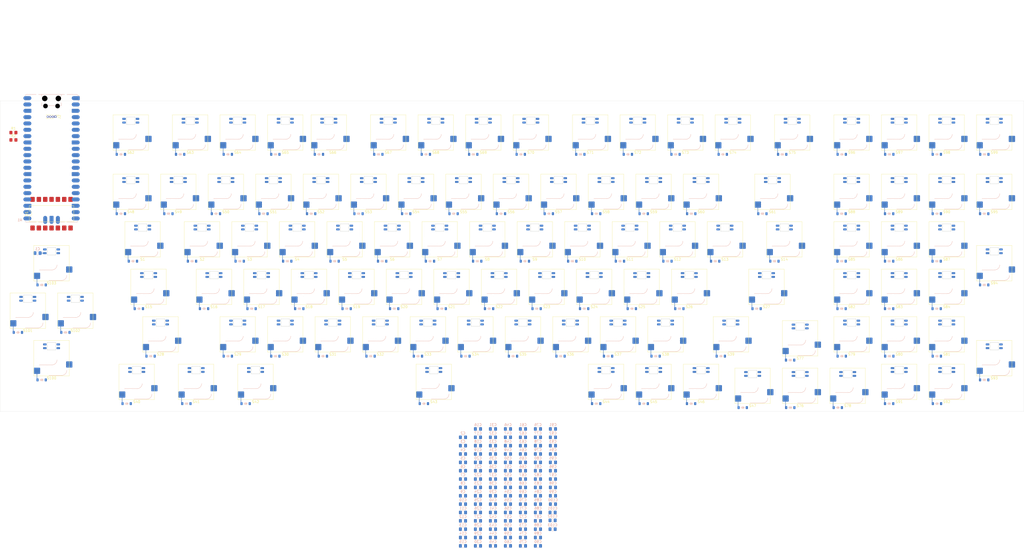
<source format=kicad_pcb>
(kicad_pcb (version 20241229) (generator "pcbnew") (generator_version "9.0")
  (layers (0 "F.Cu" signal) (2 "B.Cu" signal) (13 "F.Paste" user) (15 "B.Paste" user) (5 "F.SilkS" user "F.Silkscreen") (7 "B.SilkS" user "B.Silkscreen") (1 "F.Mask" user) (3 "B.Mask" user) (25 "Edge.Cuts" user))
  (net 0 "")
  (net 1 "COL 7")
  (net 3 "COL 6")
  (net 4 "COL 8")
  (net 7 "GND")
  (net 8 "ROW 5")
  (net 9 "ROW 4")
  (net 10 "ROW 6")
  (net 12 "O-SDA")
  (net 14 "ROW 2")
  (net 15 "COL 9")
  (net 16 "COL 5")
  (net 17 "ROW 1")
  (net 18 "COL 0")
  (net 19 "ROW 0")
  (net 20 "COL 1")
  (net 21 "COL 4")
  (net 22 "ROW 3")
  (net 23 "ROW 7")
  (net 24 "COL 2")
  (net 25 "COL 3")
  (net 26 "O-SCL")
  (net 27 "Net-(D1-A)")
  (net 28 "Net-(D2-A)")
  (net 29 "Net-(D3-A)")
  (net 30 "Net-(D4-A)")
  (net 31 "Net-(D5-A)")
  (net 32 "Net-(D6-A)")
  (net 33 "Net-(D7-A)")
  (net 34 "Net-(D8-A)")
  (net 35 "Net-(D9-A)")
  (net 36 "Net-(D10-A)")
  (net 37 "Net-(D11-A)")
  (net 38 "Net-(D12-A)")
  (net 39 "Net-(D13-A)")
  (net 40 "Net-(D14-A)")
  (net 41 "Net-(D15-A)")
  (net 42 "Net-(D16-A)")
  (net 43 "Net-(D17-A)")
  (net 44 "Net-(D18-A)")
  (net 45 "Net-(D19-A)")
  (net 46 "Net-(D20-A)")
  (net 47 "Net-(D21-A)")
  (net 48 "Net-(D22-A)")
  (net 49 "Net-(D23-A)")
  (net 50 "Net-(D24-A)")
  (net 51 "Net-(D25-A)")
  (net 52 "Net-(D26-A)")
  (net 53 "Net-(D27-A)")
  (net 54 "Net-(D28-A)")
  (net 55 "Net-(D29-A)")
  (net 56 "Net-(D30-A)")
  (net 57 "Net-(D31-A)")
  (net 58 "Net-(D32-A)")
  (net 59 "Net-(D33-A)")
  (net 60 "Net-(D34-A)")
  (net 61 "Net-(D35-A)")
  (net 62 "Net-(D36-A)")
  (net 63 "Net-(D37-A)")
  (net 64 "Net-(D38-A)")
  (net 65 "Net-(D39-A)")
  (net 66 "Net-(D40-A)")
  (net 67 "Net-(D41-A)")
  (net 68 "Net-(D42-A)")
  (net 69 "Net-(D43-A)")
  (net 70 "Net-(D44-A)")
  (net 71 "Net-(D45-A)")
  (net 72 "Net-(D46-A)")
  (net 73 "Net-(D47-A)")
  (net 74 "Net-(D48-A)")
  (net 75 "Net-(D49-A)")
  (net 76 "Net-(D50-A)")
  (net 77 "Net-(D51-A)")
  (net 78 "Net-(D52-A)")
  (net 79 "Net-(D53-A)")
  (net 80 "Net-(D54-A)")
  (net 81 "Net-(D55-A)")
  (net 82 "Net-(D56-A)")
  (net 83 "Net-(D57-A)")
  (net 84 "Net-(D58-A)")
  (net 85 "Net-(D59-A)")
  (net 86 "Net-(D60-A)")
  (net 87 "Net-(D61-A)")
  (net 88 "Net-(D62-A)")
  (net 89 "Net-(D63-A)")
  (net 90 "Net-(D64-A)")
  (net 91 "Net-(D65-A)")
  (net 92 "Net-(D66-A)")
  (net 93 "Net-(D67-A)")
  (net 94 "Net-(D68-A)")
  (net 95 "Net-(D69-A)")
  (net 96 "Net-(D70-A)")
  (net 97 "Net-(D71-A)")
  (net 98 "Net-(D72-A)")
  (net 99 "Net-(D73-A)")
  (net 100 "Net-(D74-A)")
  (net 101 "Net-(D75-A)")
  (net 102 "Net-(D76-A)")
  (net 103 "Net-(D77-A)")
  (net 104 "Net-(D78-A)")
  (net 105 "Net-(D79-A)")
  (net 106 "Net-(D80-A)")
  (net 107 "Net-(D81-A)")
  (net 108 "Net-(D82-A)")
  (net 109 "Net-(D83-A)")
  (net 110 "Net-(D84-A)")
  (net 111 "Net-(D85-A)")
  (net 112 "Net-(D86-A)")
  (net 113 "Net-(D87-A)")
  (net 114 "Net-(D88-A)")
  (net 115 "Net-(D89-A)")
  (net 116 "Net-(D90-A)")
  (net 117 "Net-(D91-A)")
  (net 118 "Net-(D92-A)")
  (net 119 "Net-(D93-A)")
  (net 120 "Net-(D94-A)")
  (net 121 "Net-(D95-A)")
  (net 122 "Net-(D96-A)")
  (net 123 "Net-(D97-A)")
  (net 124 "Net-(D98-A)")
  (net 125 "Net-(D99-A)")
  (net 126 "Net-(D100-A)")
  (net 127 "Net-(D101-A)")
  (net 128 "Net-(D102-A)")
  (net 129 "Net-(D103-A)")
  (net 130 "Net-(D111-DOUT)")
  (net 131 "Net-(D112-DOUT)")
  (net 132 "Net-(D113-DOUT)")
  (net 133 "Net-(D114-DOUT)")
  (net 134 "Net-(D115-DOUT)")
  (net 135 "Net-(D116-DOUT)")
  (net 136 "Net-(D117-DOUT)")
  (net 137 "Net-(D118-DOUT)")
  (net 138 "Net-(D119-DOUT)")
  (net 139 "Net-(D120-DOUT)")
  (net 140 "Net-(D121-DOUT)")
  (net 141 "Net-(D122-DOUT)")
  (net 142 "Net-(D123-DOUT)")
  (net 143 "Net-(D124-DOUT)")
  (net 144 "Net-(D125-DOUT)")
  (net 145 "Net-(D126-DOUT)")
  (net 146 "Net-(D127-DOUT)")
  (net 147 "Net-(D128-DOUT)")
  (net 148 "Net-(D129-DOUT)")
  (net 149 "Net-(D130-DOUT)")
  (net 150 "Net-(D131-DOUT)")
  (net 151 "Net-(D132-DOUT)")
  (net 152 "Net-(D133-DOUT)")
  (net 153 "Net-(D134-DOUT)")
  (net 154 "Net-(D135-DOUT)")
  (net 155 "Net-(D136-DOUT)")
  (net 156 "Net-(D137-DOUT)")
  (net 157 "Net-(D138-DOUT)")
  (net 158 "Net-(D139-DOUT)")
  (net 159 "Net-(D140-DOUT)")
  (net 160 "Net-(D141-DOUT)")
  (net 161 "Net-(D142-DOUT)")
  (net 162 "Net-(D143-DOUT)")
  (net 163 "Net-(D144-DOUT)")
  (net 164 "Net-(D145-DOUT)")
  (net 165 "Net-(D146-DOUT)")
  (net 166 "Net-(D147-DOUT)")
  (net 167 "Net-(D148-DOUT)")
  (net 168 "Net-(D149-DOUT)")
  (net 169 "Net-(D150-DOUT)")
  (net 170 "Net-(D151-DOUT)")
  (net 171 "Net-(D152-DOUT)")
  (net 172 "Net-(D153-DOUT)")
  (net 173 "Net-(D154-DOUT)")
  (net 174 "Net-(D155-DOUT)")
  (net 175 "Net-(D156-DOUT)")
  (net 176 "Net-(D157-DOUT)")
  (net 177 "Net-(D158-DOUT)")
  (net 178 "Net-(D159-DOUT)")
  (net 179 "Net-(D160-DOUT)")
  (net 180 "Net-(D161-DOUT)")
  (net 181 "Net-(D162-DOUT)")
  (net 182 "Net-(D163-DOUT)")
  (net 183 "Net-(D164-DOUT)")
  (net 184 "Net-(D165-DOUT)")
  (net 185 "Net-(D166-DOUT)")
  (net 186 "Net-(D167-DOUT)")
  (net 187 "Net-(D168-DOUT)")
  (net 188 "Net-(D169-DOUT)")
  (net 189 "Net-(D170-DOUT)")
  (net 190 "Net-(D171-DOUT)")
  (net 191 "Net-(D172-DOUT)")
  (net 192 "Net-(D173-DOUT)")
  (net 193 "Net-(D174-DOUT)")
  (net 194 "Net-(D175-DOUT)")
  (net 195 "Net-(D176-DOUT)")
  (net 196 "Net-(D177-DOUT)")
  (net 197 "Net-(D178-DOUT)")
  (net 198 "Net-(D179-DOUT)")
  (net 199 "Net-(D180-DOUT)")
  (net 200 "Net-(D181-DOUT)")
  (net 201 "Net-(D182-DOUT)")
  (net 202 "Net-(D183-DOUT)")
  (net 203 "Net-(D184-DOUT)")
  (net 204 "Net-(D185-DOUT)")
  (net 205 "Net-(D186-DOUT)")
  (net 206 "Net-(D187-DOUT)")
  (net 207 "Net-(D188-DOUT)")
  (net 208 "Net-(D189-DOUT)")
  (net 209 "Net-(D190-DOUT)")
  (net 210 "Net-(D191-DOUT)")
  (net 211 "Net-(D192-DOUT)")
  (net 212 "Net-(D193-DOUT)")
  (net 213 "Net-(D194-DOUT)")
  (net 214 "Net-(D195-DOUT)")
  (net 215 "Net-(D196-DOUT)")
  (net 216 "Net-(D197-DOUT)")
  (net 217 "Net-(D198-DOUT)")
  (net 218 "Net-(D199-DOUT)")
  (net 219 "Net-(D200-DOUT)")
  (net 220 "Net-(D201-DOUT)")
  (net 221 "Net-(D202-DOUT)")
  (net 231 "+3V3")
  (net 232 "LED GPIO")
  (net 233 "+5V")
  (net 234 "LED DATA")
  (net 235 "COL 10")
  (net 236 "COL 11")
  (net 237 "COL 13")
  (net 238 "COL 12")
  (net 239 "Net-(D104-VDD)")
  (net 240 "Net-(D104-DIN)")
  (net 241 "Net-(D104-DOUT)")
  (net 242 "Net-(D105-DOUT)")
  (net 243 "Net-(D106-DOUT)")
  (net 244 "Net-(D107-DOUT)")
  (net 245 "Net-(D108-DOUT)")
  (net 246 "Net-(D109-DOUT)")
  (net 247 "Net-(D110-DOUT)")
  (net 248 "Net-(D204-DOUT)")
  (net 250 "Net-(D205-DOUT)")
  (footprint "ScottoKeebs_Hotswap:Hotswap_MX_1.00u" (layer "F.Cu") (at 229.5556 152.084 180)
    (property "Reference" "S67")
    (property "Value" "Keyswitch")
  )
  (footprint "ScottoKeebs_Hotswap:Hotswap_MX_1.00u" (layer "F.Cu") (at 94.6266 242.5658 180)
    (property "Reference" "S100")
    (property "Value" "Keyswitch")
  )
  (footprint "Package_DIP:SMDIP-14_W11.48mm" (layer "F.Cu") (at 94.6278 184.6257 90)
    (property "Reference" "U1")
    (property "Value" "74AHCT125")
  )
  (footprint "ScottoKeebs_Hotswap:Hotswap_MX_1.00u" (layer "F.Cu") (at 434.3302 175.895 180)
    (property "Reference" "S89")
    (property "Value" "Keyswitch")
  )
  (footprint "ScottoKeebs_Hotswap:Hotswap_MX_1.00u" (layer "F.Cu") (at 145.4234 175.895 180)
    (property "Reference" "S49")
    (property "Value" "Keyswitch")
  )
  (footprint "ScottoKeebs_Hotswap:Hotswap_MX_1.00u" (layer "F.Cu") (at 391.4704 152.084 180)
    (property "Reference" "S75")
    (property "Value" "Keyswitch")
  )
  (footprint "ScottoKeebs_Hotswap:Hotswap_MX_2.00u" (layer "F.Cu") (at 383.5334 175.895 180)
    (property "Reference" "S61")
    (property "Value" "Keyswitch")
  )
  (footprint "ScottoKeebs_Hotswap:Hotswap_MX_1.00u" (layer "F.Cu") (at 226.3808 233.0414 180)
    (property "Reference" "S32")
    (property "Value" "Keyswitch")
  )
  (footprint "ScottoKeebs_Hotswap:Hotswap_MX_1.00u" (layer "F.Cu") (at 269.2478 194.9438 180)
    (property "Reference" "S8")
    (property "Value" "Keyswitch")
  )
  (footprint "ScottoKeebs_Hotswap:Hotswap_MX_1.00u" (layer "F.Cu") (at 453.379 233.0414 180)
    (property "Reference" "S81")
    (property "Value" "Keyswitch")
  )
  (footprint "ScottoKeebs_Hotswap:Hotswap_MX_1.00u" (layer "F.Cu") (at 415.2814 213.9926 180)
    (property "Reference" "S82")
    (property "Value" "Keyswitch")
  )
  (footprint "ScottoKeebs_Hotswap:Hotswap_MX_1.00u" (layer "F.Cu") (at 335.9114 252.0902 180)
    (property "Reference" "S45")
    (property "Value" "Keyswitch")
  )
  (footprint "ScottoKeebs_Hotswap:Hotswap_MX_1.00u" (layer "F.Cu") (at 321.6248 233.0414 180)
    (property "Reference" "S37")
    (property "Value" "Keyswitch")
  )
  (footprint "ScottoKeebs_Hotswap:Hotswap_MX_1.00u" (layer "F.Cu") (at 340.6736 233.0414 180)
    (property "Reference" "S38")
    (property "Value" "Keyswitch")
  )
  (footprint "ScottoKeebs_Hotswap:Hotswap_MX_2.00u_90deg" (layer "F.Cu") (at 472.4278 242.5658 180)
    (property "Reference" "S93")
    (property "Value" "Keyswitch")
  )
  (footprint "ScottoKeebs_Hotswap:Hotswap_MX_1.00u" (layer "F.Cu") (at 415.2814 194.9438 180)
    (property "Reference" "S85")
    (property "Value" "Keyswitch")
  )
  (footprint "ScottoKeebs_Hotswap:Hotswap_MX_1.75u" (layer "F.Cu") (at 366.8657 233.0414 180)
    (property "Reference" "S39")
    (property "Value" "Keyswitch")
  )
  (footprint "ScottoKeebs_Hotswap:Hotswap_MX_1.00u" (layer "F.Cu") (at 453.379 252.0902 180)
    (property "Reference" "S92")
    (property "Value" "Keyswitch")
  )
  (footprint "ScottoKeebs_Hotswap:Hotswap_MX_1.00u" (layer "F.Cu") (at 159.71 213.9926 180)
    (property "Reference" "S16")
    (property "Value" "Keyswitch")
  )
  (footprint "ScottoKeebs_Hotswap:Hotswap_MX_1.00u" (layer "F.Cu") (at 302.576 233.0414 180)
    (property "Reference" "S36")
    (property "Value" "Keyswitch")
  )
  (footprint "ScottoKeebs_Hotswap:Hotswap_MX_1.00u" (layer "F.Cu") (at 293.0516 213.9926 180)
    (property "Reference" "S23")
    (property "Value" "Keyswitch")
  )
  (footprint "ScottoKeebs_Hotswap:Hotswap_MX_1.00u" (layer "F.Cu") (at 354.9602 175.895 180)
    (property "Reference" "S60")
    (property "Value" "Keyswitch")
  )
  (footprint "ScottoKeebs_Hotswap:Hotswap_MX_1.00u" (layer "F.Cu") (at 85.1022 223.517 180)
    (property "Reference" "S101")
    (property "Value" "Keyswitch")
  )
  (footprint "ScottoKeebs_Hotswap:Hotswap_MX_1.00u" (layer "F.Cu") (at 221.6186 175.895 180)
    (property "Reference" "S53")
    (property "Value" "Keyswitch")
  )
  (footprint "ScottoKeebs_Hotswap:Hotswap_MX_1.00u" (layer "F.Cu") (at 248.6044 152.084 180)
    (property "Reference" "S68")
    (property "Value" "Keyswitch")
  )
  (footprint "ScottoKeebs_Hotswap:Hotswap_MX_1.00u" (layer "F.Cu") (at 453.379 175.895 180)
    (property "Reference" "S90")
    (property "Value" "Keyswitch")
  )
  (footprint "Resistor_SMD:R_0805_2012Metric_Pad1.20x1.40mm_HandSolder" (layer "F.Cu") (at 79.3412 152.084)
    (property "Reference" "R1")
    (property "Value" "10k")
  )
  (footprint "ScottoKeebs_Hotswap:Hotswap_MX_1.00u" (layer "F.Cu") (at 316.8626 252.0902 180)
    (property "Reference" "S44")
    (property "Value" "Keyswitch")
  )
  (footprint "ScottoKeebs_Hotswap:Hotswap_MX_1.00u" (layer "F.Cu") (at 183.521 175.895 180)
    (property "Reference" "S51")
    (property "Value" "Keyswitch")
  )
  (footprint "ScottoKeebs_Hotswap:Hotswap_MX_1.00u" (layer "F.Cu") (at 245.4296 233.0414 180)
    (property "Reference" "S33")
    (property "Value" "Keyswitch")
  )
  (footprint "ScottoKeebs_Hotswap:Hotswap_MX_1.50u" (layer "F.Cu") (at 388.2956 194.9438 180)
    (property "Reference" "S14")
    (property "Value" "Keyswitch")
  )
  (footprint "ScottoKeebs_Hotswap:Hotswap_MX_1.00u" (layer "F.Cu") (at 154.9478 194.9438 180)
    (property "Reference" "S2")
    (property "Value" "Keyswitch")
  )
  (footprint "ScottoKeebs_Hotswap:Hotswap_MX_1.00u" (layer "F.Cu") (at 274.0028 213.9926 180)
    (property "Reference" "S22")
    (property "Value" "Keyswitch")
  )
  (footprint "ScottoKeebs_Hotswap:Hotswap_MX_1.00u" (layer "F.Cu") (at 288.2978 194.9438 180)
    (property "Reference" "S9")
    (property "Value" "Keyswitch")
  )
  (footprint "ScottoKeebs_Hotswap:Hotswap_MX_1.00u" (layer "F.Cu") (at 394.6452 234.6288 180)
    (property "Reference" "S77")
    (property "Value" "Keyswitch")
  )
  (footprint "ScottoKeebs_Hotswap:Hotswap_MX_1.00u" (layer "F.Cu") (at 453.379 194.9438 180)
    (property "Reference" "S87")
    (property "Value" "Keyswitch")
  )
  (footprint "ScottoKeebs_Hotswap:Hotswap_MX_1.00u" (layer "F.Cu") (at 283.5272 233.0414 180)
    (property "Reference" "S35")
    (property "Value" "Keyswitch")
  )
  (footprint "ScottoKeebs_Hotswap:Hotswap_MX_1.00u" (layer "F.Cu") (at 235.9052 213.9926 180)
    (property "Reference" "S20")
    (property "Value" "Keyswitch")
  )
  (footprint "Connector_PinHeader_1.00mm:PinHeader_1x04_P1.00mm_Vertical" (layer "F.Cu") (at 96.1266 145.7344 -90)
    (property "Reference" "J2")
    (property "Value" "Conn_OLED_I2C")
  )
  (footprint "ScottoKeebs_Hotswap:Hotswap_MX_1.00u" (layer "F.Cu") (at 212.0978 194.9438 180)
    (property "Reference" "S5")
    (property "Value" "Keyswitch")
  )
  (footprint "ScottoKeebs_Hotswap:Hotswap_MX_1.00u" (layer "F.Cu") (at 259.7162 175.895 180)
    (property "Reference" "S55")
    (property "Value" "Keyswitch")
  )
  (footprint "ScottoKeebs_Hotswap:Hotswap_MX_1.25u" (layer "F.Cu") (at 128.7557 252.0902 180)
    (property "Reference" "S40")
    (property "Value" "Keyswitch")
  )
  (footprint "ScottoKeebs_Hotswap:Hotswap_MX_1.00u" (layer "F.Cu") (at 415.2814 175.895 180)
    (property "Reference" "S88")
    (property "Value" "Keyswitch")
  )
  (footprint "ScottoKeebs_Hotswap:Hotswap_MX_1.00u" (layer "F.Cu") (at 472.4278 152.084 180)
    (property "Reference" "S99")
    (property "Value" "Keyswitch")
  )
  (footprint "ScottoKeebs_Hotswap:Hotswap_MX_1.00u" (layer "F.Cu") (at 250.1978 194.9438 180)
    (property "Reference" "S7")
    (property "Value" "Keyswitch")
  )
  (footprint "ScottoKeebs_Hotswap:Hotswap_MX_1.00u" (layer "F.Cu") (at 367.6594 152.084 180)
    (property "Reference" "S74")
    (property "Value" "Keyswitch")
  )
  (footprint "ScottoKeebs_Hotswap:Hotswap_MX_1.00u" (layer "F.Cu") (at 329.5618 152.084 180)
    (property "Reference" "S72")
    (property "Value" "Keyswitch")
  )
  (footprint "ScottoKeebs_Hotswap:Hotswap_MX_1.00u" (layer "F.Cu") (at 104.151 223.517 180)
    (property "Reference" "S102")
    (property "Value" "Keyswitch")
  )
  (footprint "ScottoKeebs_Hotswap:Hotswap_MX_1.00u" (layer "F.Cu") (at 202.5698 175.895 180)
    (property "Reference" "S52")
    (property "Value" "Keyswitch")
  )
  (footprint "ScottoKeebs_Hotswap:Hotswap_MX_1.00u" (layer "F.Cu") (at 173.9978 194.9438 180)
    (property "Reference" "S3")
    (property "Value" "Keyswitch")
  )
  (footprint "ScottoKeebs_Hotswap:Hotswap_MX_1.00u" (layer "F.Cu") (at 216.8564 213.9926 180)
    (property "Reference" "S19")
    (property "Value" "Keyswitch")
  )
  (footprint "ScottoKeebs_Hotswap:Hotswap_MX_1.00u" (layer "F.Cu") (at 326.3978 194.9438 180)
    (property "Reference" "S11")
    (property "Value" "Keyswitch")
  )
  (footprint "ScottoKeebs_Hotswap:Hotswap_MX_1.00u" (layer "F.Cu") (at 94.6266 204.4682 180)
    (property "Reference" "S103")
    (property "Value" "Keyswitch")
  )
  (footprint "ScottoKeebs_Hotswap:Hotswap_MX_1.00u" (layer "F.Cu") (at 335.9114 175.895 180)
    (property "Reference" "S59")
    (property "Value" "Keyswitch")
  )
  (footprint "ScottoKeebs_Hotswap:Hotswap_MX_1.00u" (layer "F.Cu") (at 205.7446 152.084 180)
    (property "Reference" "S66")
    (property "Value" "Keyswitch")
  )
  (footprint "ScottoKeebs_Hotswap:Hotswap_MX_1.00u" (layer "F.Cu") (at 394.6452 253.6776 180)
    (property "Reference" "S76")
    (property "Value" "Keyswitch")
  )
  (footprint "ScottoKeebs_Hotswap:Hotswap_MX_1.00u" (layer "F.Cu") (at 453.379 152.084 180)
    (property "Reference" "S98")
    (property "Value" "Keyswitch")
  )
  (footprint "ScottoKeebs_Hotswap:Hotswap_MX_1.00u" (layer "F.Cu") (at 413.694 253.6776 180)
    (property "Reference" "S78")
    (property "Value" "Keyswitch")
  )
  (footprint "ScottoKeebs_Hotswap:Hotswap_MX_1.00u" (layer "F.Cu") (at 434.3302 213.9926 180)
    (property "Reference" "S83")
    (property "Value" "Keyswitch")
  )
  (footprint "ScottoKeebs_Hotswap:Hotswap_MX_1.00u" (layer "F.Cu") (at 348.6106 152.084 180)
    (property "Reference" "S73")
    (property "Value" "Keyswitch")
  )
  (footprint "ScottoKeebs_Hotswap:Hotswap_MX_1.00u" (layer "F.Cu") (at 240.6674 175.895 180)
    (property "Reference" "S54")
    (property "Value" "Keyswitch")
  )
  (footprint "ScottoKeebs_Hotswap:Hotswap_MX_1.00u" (layer "F.Cu") (at 278.765 175.895 180)
    (property "Reference" "S56")
    (property "Value" "Keyswitch")
  )
  (footprint "ScottoKeebs_Hotswap:Hotswap_MX_1.00u" (layer "F.Cu") (at 297.8138 175.895 180)
    (property "Reference" "S57")
    (property "Value" "Keyswitch")
  )
  (footprint "ScottoKeebs_Hotswap:Hotswap_MX_1.00u" (layer "F.Cu") (at 434.3302 152.084 180)
    (property "Reference" "S97")
    (property "Value" "Keyswitch")
  )
  (footprint "ScottoKeebs_Hotswap:Hotswap_MX_1.00u" (layer "F.Cu") (at 375.5964 253.6776 180)
    (property "Reference" "S47")
    (property "Value" "Keyswitch")
  )
  (footprint "Resistor_SMD:R_0805_2012Metric_Pad1.20x1.40mm_HandSolder" (layer "F.Cu") (at 79.3412 155.034)
    (property "Reference" "R2")
    (property "Value" "10k")
  )
  (footprint "ScottoKeebs_Hotswap:Hotswap_MX_1.00u" (layer "F.Cu") (at 434.3302 233.0414 180)
    (property "Reference" "S80")
    (property "Value" "Keyswitch")
  )
  (footprint "ScottoKeebs_Hotswap:Hotswap_MX_1.50u" (layer "F.Cu") (at 131.1368 194.9438 180)
    (property "Reference" "S1")
    (property "Value" "Keyswitch")
  )
  (footprint "ScottoKeebs_Hotswap:Hotswap_MX_1.00u" (layer "F.Cu") (at 307.3478 194.9438 180)
    (property "Reference" "S10")
    (property "Value" "Keyswitch")
  )
  (footprint "ScottoKeebs_Hotswap:Hotswap_MX_2.00u_90deg" (layer "F.Cu") (at 472.4278 204.4682 180)
    (property "Reference" "S94")
    (property "Value" "Keyswitch")
  )
  (footprint "ScottoKeebs_Hotswap:Hotswap_MX_2.25u" (layer "F.Cu") (at 138.2801 233.0414 180)
    (property "Reference" "S28")
    (property "Value" "Keyswitch")
  )
  (footprint "ScottoKeebs_Hotswap:Hotswap_MX_1.00u" (layer "F.Cu") (at 286.702 152.084 180)
    (property "Reference" "S70")
    (property "Value" "Keyswitch")
  )
  (footprint "ScottoKeebs_Hotswap:Hotswap_MX_1.00u" (layer "F.Cu") (at 364.4978 194.9438 180)
    (property "Reference" "S13")
    (property "Value" "Keyswitch")
  )
  (footprint "ScottoKeebs_Hotswap:Hotswap_MX_1.00u" (layer "F.Cu") (at 472.4278 175.895 180)
    (property "Reference" "S95")
    (property "Value" "Keyswitch")
  )
  (footprint "ScottoKeebs_Hotswap:Hotswap_MX_1.00u" (layer "F.Cu") (at 150.1856 152.084 180)
    (property "Reference" "S63")
    (property "Value" "Keyswitch")
  )
  (footprint "ScottoKeebs_Hotswap:Hotswap_MX_1.00u" (layer "F.Cu") (at 254.954 213.9926 180)
    (property "Reference" "S21")
    (property "Value" "Keyswitch")
  )
  (footprint "ScottoKeebs_Hotswap:Hotswap_MX_1.00u" (layer "F.Cu") (at 188.2832 152.084 180)
    (property "Reference" "S65")
    (property "Value" "Keyswitch")
  )
  (footprint "ScottoKeebs_Hotswap:Hotswap_MX_1.00u" (layer "F.Cu") (at 331.1492 213.9926 180)
    (property "Reference" "S25")
    (property "Value" "Keyswitch")
  )
  (footprint "ScottoKeebs_Hotswap:Hotswap_MX_1.00u" (layer "F.Cu") (at 126.3746 175.895 180)
    (property "Reference" "S48")
    (property "Value" "Keyswitch")
  )
  (footprint "ScottoKeebs_Hotswap:Hotswap_MX_1.00u" (layer "F.Cu") (at 354.9602 252.0902 180)
    (property "Reference" "S46")
    (property "Value" "Keyswitch")
  )
  (footprint "ScottoKeebs_Hotswap:Hotswap_MX_1.00u" (layer "F.Cu") (at 310.513 152.084 180)
    (property "Reference" "S71")
    (property "Value" "Keyswitch")
  )
  (footprint "ScottoKeebs_Hotswap:Hotswap_MX_1.00u" (layer "F.Cu") (at 193.0478 194.9438 180)
    (property "Reference" "S4")
    (property "Value" "Keyswitch")
  )
  (footprint "ScottoKeebs_Hotswap:Hotswap_MX_1.00u" (layer "F.Cu") (at 350.198 213.9926 180)
    (property "Reference" "S26")
    (property "Value" "Keyswitch")
  )
  (footprint "ScottoKeebs_Hotswap:Hotswap_MX_1.00u" (layer "F.Cu") (at 453.379 213.9926 180)
    (property "Reference" "S84")
    (property "Value" "Keyswitch")
  )
  (footprint "ScottoKeebs_Hotswap:Hotswap_MX_1.25u" (layer "F.Cu") (at 152.5667 252.0902 180)
    (property "Reference" "S41")
    (property "Value" "Keyswitch")
  )
  (footprint "ScottoKeebs_Hotswap:Hotswap_MX_1.00u" (layer "F.Cu") (at 178.7588 213.9926 180)
    (property "Reference" "S17")
    (property "Value" "Keyswitch")
  )
  (footprint "ScottoKeebs_Hotswap:Hotswap_MX_1.25u" (layer "F.Cu") (at 176.3777 252.0902 180)
    (property "Reference" "S42")
    (property "Value" "Keyswitch")
  )
  (footprint "ScottoKeebs_Hotswap:Hotswap_MX_2.25u" (layer "F.Cu") (at 381.1523 213.9926 180)
    (property "Reference" "S27")
    (property "Value" "Keyswitch")
  )
  (footprint "ScottoKeebs_Hotswap:Hotswap_MX_1.75u" (layer "F.Cu") (at 133.5179 213.9926 180)
    (property "Reference" "S15")
    (property "Value" "Keyswitch")
  )
  (footprint "ScottoKeebs_Hotswap:Hotswap_MX_6.25u" (layer "F.Cu") (at 247.8107 252.0902 180)
    (property "Reference" "S43")
    (property "Value" "Keyswitch")
  )
  (footprint "ScottoKeebs_Hotswap:Hotswap_MX_1.00u" (layer "F.Cu") (at 169.2344 233.0414 180)
    (property "Reference" "S29")
    (property "Value" "Keyswitch")
  )
  (footprint "ScottoKeebs_Hotswap:Hotswap_MX_1.00u" (layer "F.Cu") (at 434.3302 194.9438 180)
    (property "Reference" "S86")
    (property "Value" "Keyswitch")
  )
  (footprint "ScottoKeebs_Hotswap:Hotswap_MX_1.00u" (layer "F.Cu") (at 312.1004 213.9926 180)
    (property "Reference" "S24")
    (property "Value" "Keyswitch")
  )
  (footprint "ScottoKeebs_Hotswap:Hotswap_MX_1.00u" (layer "F.Cu") (at 267.6532 152.084 180)
    (property "Reference" "S69")
    (property "Value" "Keyswitch")
  )
  (footprint "ScottoKeebs_Hotswap:Hotswap_MX_1.00u" (layer "F.Cu") (at 434.3302 252.0902 180)
    (property "Reference" "S91")
    (property "Value" "Keyswitch")
  )
  (footprint "ScottoKeebs_Hotswap:Hotswap_MX_1.00u" (layer "F.Cu") (at 316.8626 175.895 180)
    (property "Reference" "S58")
    (property "Value" "Keyswitch")
  )
  (footprint "ScottoKeebs_Hotswap:Hotswap_MX_1.00u" (layer "F.Cu") (at 264.4784 233.0414 180)
    (property "Reference" "S34")
    (property "Value" "Keyswitch")
  )
  (footprint "ScottoKeebs_Hotswap:Hotswap_MX_1.00u" (layer "F.Cu") (at 169.2344 152.084 180)
    (property "Reference" "S64")
    (property "Value" "Keyswitch")
  )
  (footprint "ScottoKeebs_Hotswap:Hotswap_MX_1.00u" (layer "F.Cu") (at 415.2814 233.0414 180)
    (property "Reference" "S79")
    (property "Value" "Keyswitch")
  )
  (footprint "ScottoKeebs_Hotswap:Hotswap_MX_1.00u" (layer "F.Cu") (at 415.2814 152.084 180)
    (property "Reference" "S96")
    (property "Value" "Keyswitch")
  )
  (footprint "ScottoKeebs_Hotswap:Hotswap_MX_1.00u" (layer "F.Cu") (at 231.1478 194.9438 180)
    (property "Reference" "S6")
    (property "Value" "Keyswitch")
  )
  (footprint "ScottoKeebs_Hotswap:Hotswap_MX_1.00u" (layer "F.Cu") (at 197.8076 213.9926 180)
    (property "Reference" "S18")
    (property "Value" "Keyswitch")
  )
  (footprint "ScottoKeebs_Hotswap:Hotswap_MX_1.00u" (layer "F.Cu") (at 164.4722 175.895 180)
    (property "Reference" "S50")
    (property "Value" "Keyswitch")
  )
  (footprint "ScottoKeebs_Hotswap:Hotswap_MX_1.00u" (layer "F.Cu") (at 345.4478 194.9438 180)
    (property "Reference" "S12")
    (property "Value" "Keyswitch")
  )
  (footprint "ScottoKeebs_Hotswap:Hotswap_MX_1.00u" (layer "F.Cu") (at 126.3746 152.084 180)
    (property "Reference" "S62")
    (property "Value" "Keyswitch")
  )
  (footprint "ScottoKeebs_Hotswap:Hotswap_MX_1.00u" (layer "F.Cu") (at 207.332 233.0414 180)
    (property "Reference" "S31")
    (property "Value" "Keyswitch")
  )
  (footprint "ScottoKeebs_Hotswap:Hotswap_MX_1.00u" (layer "F.Cu") (at 188.2832 233.0414 180)
    (property "Reference" "S30")
    (property "Value" "Keyswitch")
  )
  (footprint "ScottoKeebs_Components:LED_SK6812MINI" (layer "B.Cu") (at 221.6198 171.1328)
    (property "Reference" "D183" (hide yes))
    (property "Value" "SK6812MINI" (hide yes))
    (fp_line (start -1.7 -1.5) (end 1.7 -1.5) (stroke (width 0.12)) (layer "Edge.Cuts"))
    (fp_line (start -1.7 1.5) (end -1.7 -1.5) (stroke (width 0.12)) (layer "Edge.Cuts"))
    (fp_line (start 1.7 -1.5) (end 1.7 1.5) (stroke (width 0.12)) (layer "Edge.Cuts"))
    (fp_line (start 1.7 1.5) (end -1.7 1.5) (stroke (width 0.12)) (layer "Edge.Cuts"))
  )
  (footprint "ScottoKeebs_Components:LED_SK6812MINI" (layer "B.Cu") (at 348.6118 147.3218 180)
    (property "Reference" "D202" (hide yes))
    (property "Value" "SK6812MINI" (hide yes))
    (fp_line (start 1.7 1.5) (end -1.7 1.5) (stroke (width 0.12)) (layer "Edge.Cuts"))
    (fp_line (start 1.7 -1.5) (end 1.7 1.5) (stroke (width 0.12)) (layer "Edge.Cuts"))
    (fp_line (start -1.7 1.5) (end -1.7 -1.5) (stroke (width 0.12)) (layer "Edge.Cuts"))
    (fp_line (start -1.7 -1.5) (end 1.7 -1.5) (stroke (width 0.12)) (layer "Edge.Cuts"))
  )
  (footprint "Capacitor_SMD:C_0805_2012Metric_Pad1.18x1.45mm_HandSolder" (layer "B.Cu") (at 259.5121 291.0744 180)
    (property "Reference" "C7")
    (property "Value" "100nF")
  )
  (footprint "ScottoKeebs_Components:Diode_SOD-123" (layer "B.Cu") (at 360.5787 203.6745 180)
    (property "Reference" "D13" (hide yes))
    (property "Value" "Diode")
  )
  (footprint "ScottoKeebs_Components:LED_SK6812MINI" (layer "B.Cu") (at 169.2356 228.2792 180)
    (property "Reference" "D142" (hide yes))
    (property "Value" "SK6812MINI" (hide yes))
    (fp_line (start 1.7 1.5) (end -1.7 1.5) (stroke (width 0.12)) (layer "Edge.Cuts"))
    (fp_line (start 1.7 -1.5) (end 1.7 1.5) (stroke (width 0.12)) (layer "Edge.Cuts"))
    (fp_line (start -1.7 1.5) (end -1.7 -1.5) (stroke (width 0.12)) (layer "Edge.Cuts"))
    (fp_line (start -1.7 -1.5) (end 1.7 -1.5) (stroke (width 0.12)) (layer "Edge.Cuts"))
  )
  (footprint "Capacitor_SMD:C_0805_2012Metric_Pad1.18x1.45mm_HandSolder" (layer "B.Cu") (at 265.5221 311.1744 180)
    (property "Reference" "C28")
    (property "Value" "100nF")
  )
  (footprint "ScottoKeebs_Components:LED_SK6812MINI" (layer "B.Cu") (at 267.6544 147.3218 180)
    (property "Reference" "D106" (hide yes))
    (property "Value" "SK6812MINI" (hide yes))
    (fp_line (start 1.7 1.5) (end -1.7 1.5) (stroke (width 0.12)) (layer "Edge.Cuts"))
    (fp_line (start 1.7 -1.5) (end 1.7 1.5) (stroke (width 0.12)) (layer "Edge.Cuts"))
    (fp_line (start -1.7 1.5) (end -1.7 -1.5) (stroke (width 0.12)) (layer "Edge.Cuts"))
    (fp_line (start -1.7 -1.5) (end 1.7 -1.5) (stroke (width 0.12)) (layer "Edge.Cuts"))
  )
  (footprint "ScottoKeebs_Components:LED_SK6812MINI" (layer "B.Cu") (at 240.6686 171.1328)
    (property "Reference" "D184" (hide yes))
    (property "Value" "SK6812MINI" (hide yes))
    (fp_line (start -1.7 -1.5) (end 1.7 -1.5) (stroke (width 0.12)) (layer "Edge.Cuts"))
    (fp_line (start -1.7 1.5) (end -1.7 -1.5) (stroke (width 0.12)) (layer "Edge.Cuts"))
    (fp_line (start 1.7 -1.5) (end 1.7 1.5) (stroke (width 0.12)) (layer "Edge.Cuts"))
    (fp_line (start 1.7 1.5) (end -1.7 1.5) (stroke (width 0.12)) (layer "Edge.Cuts"))
  )
  (footprint "ScottoKeebs_Components:Diode_SOD-123" (layer "B.Cu") (at 148.6608 260.8209 180)
    (property "Reference" "D41" (hide yes))
    (property "Value" "Diode")
  )
  (footprint "ScottoKeebs_Components:LED_SK6812MINI" (layer "B.Cu") (at 394.6464 229.8666 180)
    (property "Reference" "D131" (hide yes))
    (property "Value" "SK6812MINI" (hide yes))
    (fp_line (start 1.7 1.5) (end -1.7 1.5) (stroke (width 0.12)) (layer "Edge.Cuts"))
    (fp_line (start 1.7 -1.5) (end 1.7 1.5) (stroke (width 0.12)) (layer "Edge.Cuts"))
    (fp_line (start -1.7 1.5) (end -1.7 -1.5) (stroke (width 0.12)) (layer "Edge.Cuts"))
    (fp_line (start -1.7 -1.5) (end 1.7 -1.5) (stroke (width 0.12)) (layer "Edge.Cuts"))
  )
  (footprint "ScottoKeebs_Components:LED_SK6812MINI" (layer "B.Cu") (at 472.429 147.3218 180)
    (property "Reference" "D196" (hide yes))
    (property "Value" "SK6812MINI" (hide yes))
    (fp_line (start 1.7 1.5) (end -1.7 1.5) (stroke (width 0.12)) (layer "Edge.Cuts"))
    (fp_line (start 1.7 -1.5) (end 1.7 1.5) (stroke (width 0.12)) (layer "Edge.Cuts"))
    (fp_line (start -1.7 1.5) (end -1.7 -1.5) (stroke (width 0.12)) (layer "Edge.Cuts"))
    (fp_line (start -1.7 -1.5) (end 1.7 -1.5) (stroke (width 0.12)) (layer "Edge.Cuts"))
  )
  (footprint "Capacitor_SMD:C_0805_2012Metric_Pad1.18x1.45mm_HandSolder" (layer "B.Cu") (at 289.5621 301.1244 180)
    (property "Reference" "C85")
    (property "Value" "100nF")
  )
  (footprint "ScottoKeebs_Components:Diode_SOD-123" (layer "B.Cu") (at 449.4105 241.7721 180)
    (property "Reference" "D81" (hide yes))
    (property "Value" "Diode")
  )
  (footprint "ScottoKeebs_Components:LED_SK6812MINI" (layer "B.Cu") (at 283.5284 228.2792 180)
    (property "Reference" "D136" (hide yes))
    (property "Value" "SK6812MINI" (hide yes))
    (fp_line (start 1.7 1.5) (end -1.7 1.5) (stroke (width 0.12)) (layer "Edge.Cuts"))
    (fp_line (start 1.7 -1.5) (end 1.7 1.5) (stroke (width 0.12)) (layer "Edge.Cuts"))
    (fp_line (start -1.7 1.5) (end -1.7 -1.5) (stroke (width 0.12)) (layer "Edge.Cuts"))
    (fp_line (start -1.7 -1.5) (end 1.7 -1.5) (stroke (width 0.12)) (layer "Edge.Cuts"))
  )
  (footprint "Capacitor_SMD:C_0805_2012Metric_Pad1.18x1.45mm_HandSolder" (layer "B.Cu") (at 265.5221 307.8244 180)
    (property "Reference" "C27")
    (property "Value" "100nF")
  )
  (footprint "ScottoKeebs_Components:Diode_SOD-123" (layer "B.Cu") (at 336.7051 241.7721 180)
    (property "Reference" "D38" (hide yes))
    (property "Value" "Diode")
  )
  (footprint "ScottoKeebs_Components:Diode_SOD-123" (layer "B.Cu") (at 124.7246 260.8209 180)
    (property "Reference" "D40" (hide yes))
    (property "Value" "Diode")
  )
  (footprint "ScottoKeebs_Components:LED_SK6812MINI" (layer "B.Cu") (at 94.6278 237.8036)
    (property "Reference" "D114" (hide yes))
    (property "Value" "SK6812MINI" (hide yes))
    (fp_line (start -1.7 -1.5) (end 1.7 -1.5) (stroke (width 0.12)) (layer "Edge.Cuts"))
    (fp_line (start -1.7 1.5) (end -1.7 -1.5) (stroke (width 0.12)) (layer "Edge.Cuts"))
    (fp_line (start 1.7 -1.5) (end 1.7 1.5) (stroke (width 0.12)) (layer "Edge.Cuts"))
    (fp_line (start 1.7 1.5) (end -1.7 1.5) (stroke (width 0.12)) (layer "Edge.Cuts"))
  )
  (footprint "Capacitor_SMD:C_0805_2012Metric_Pad1.18x1.45mm_HandSolder" (layer "B.Cu") (at 265.5221 270.9744 180)
    (property "Reference" "C16")
    (property "Value" "100nF")
  )
  (footprint "ScottoKeebs_Components:LED_SK6812MINI" (layer "B.Cu") (at 245.4308 228.2792 180)
    (property "Reference" "D138" (hide yes))
    (property "Value" "SK6812MINI" (hide yes))
    (fp_line (start 1.7 1.5) (end -1.7 1.5) (stroke (width 0.12)) (layer "Edge.Cuts"))
    (fp_line (start 1.7 -1.5) (end 1.7 1.5) (stroke (width 0.12)) (layer "Edge.Cuts"))
    (fp_line (start -1.7 1.5) (end -1.7 -1.5) (stroke (width 0.12)) (layer "Edge.Cuts"))
    (fp_line (start -1.7 -1.5) (end 1.7 -1.5) (stroke (width 0.12)) (layer "Edge.Cuts"))
  )
  (footprint "ScottoKeebs_Components:LED_SK6812MINI" (layer "B.Cu") (at 302.5772 228.2792 180)
    (property "Reference" "D135" (hide yes))
    (property "Value" "SK6812MINI" (hide yes))
    (fp_line (start 1.7 1.5) (end -1.7 1.5) (stroke (width 0.12)) (layer "Edge.Cuts"))
    (fp_line (start 1.7 -1.5) (end 1.7 1.5) (stroke (width 0.12)) (layer "Edge.Cuts"))
    (fp_line (start -1.7 1.5) (end -1.7 -1.5) (stroke (width 0.12)) (layer "Edge.Cuts"))
    (fp_line (start -1.7 -1.5) (end 1.7 -1.5) (stroke (width 0.12)) (layer "Edge.Cuts"))
  )
  (footprint "ScottoKeebs_Components:Diode_SOD-123" (layer "B.Cu") (at 449.4731 260.8209 180)
    (property "Reference" "D92" (hide yes))
    (property "Value" "Diode")
  )
  (footprint "Capacitor_SMD:C_0805_2012Metric_Pad1.18x1.45mm_HandSolder" (layer "B.Cu") (at 271.5321 284.3744 180)
    (property "Reference" "C35")
    (property "Value" "100nF")
  )
  (footprint "ScottoKeebs_Components:LED_SK6812MINI" (layer "B.Cu") (at 193.0466 190.1816 180)
    (property "Reference" "D174" (hide yes))
    (property "Value" "SK6812MINI" (hide yes))
    (fp_line (start 1.7 1.5) (end -1.7 1.5) (stroke (width 0.12)) (layer "Edge.Cuts"))
    (fp_line (start 1.7 -1.5) (end 1.7 1.5) (stroke (width 0.12)) (layer "Edge.Cuts"))
    (fp_line (start -1.7 1.5) (end -1.7 -1.5) (stroke (width 0.12)) (layer "Edge.Cuts"))
    (fp_line (start -1.7 -1.5) (end 1.7 -1.5) (stroke (width 0.12)) (layer "Edge.Cuts"))
  )
  (footprint "Capacitor_SMD:C_0805_2012Metric_Pad1.18x1.45mm_HandSolder" (layer "B.Cu") (at 277.5421 314.5244 180)
    (property "Reference" "C59")
    (property "Value" "100nF")
  )
  (footprint "ScottoKeebs_Components:LED_SK6812MINI" (layer "B.Cu") (at 329.563 147.3218 180)
    (property "Reference" "D203" (hide yes))
    (property "Value" "SK6812MINI" (hide yes))
    (fp_line (start 1.7 1.5) (end -1.7 1.5) (stroke (width 0.12)) (layer "Edge.Cuts"))
    (fp_line (start 1.7 -1.5) (end 1.7 1.5) (stroke (width 0.12)) (layer "Edge.Cuts"))
    (fp_line (start -1.7 1.5) (end -1.7 -1.5) (stroke (width 0.12)) (layer "Edge.Cuts"))
    (fp_line (start -1.7 -1.5) (end 1.7 -1.5) (stroke (width 0.12)) (layer "Edge.Cuts"))
  )
  (footprint "ScottoKeebs_Components:Diode_SOD-123" (layer "B.Cu") (at 430.3617 160.8147 180)
    (property "Reference" "D97" (hide yes))
    (property "Value" "Diode")
  )
  (footprint "ScottoKeebs_Components:LED_SK6812MINI" (layer "B.Cu") (at 250.193 190.1816 180)
    (property "Reference" "D171" (hide yes))
    (property "Value" "SK6812MINI" (hide yes))
    (fp_line (start 1.7 1.5) (end -1.7 1.5) (stroke (width 0.12)) (layer "Edge.Cuts"))
    (fp_line (start 1.7 -1.5) (end 1.7 1.5) (stroke (width 0.12)) (layer "Edge.Cuts"))
    (fp_line (start -1.7 1.5) (end -1.7 -1.5) (stroke (width 0.12)) (layer "Edge.Cuts"))
    (fp_line (start -1.7 -1.5) (end 1.7 -1.5) (stroke (width 0.12)) (layer "Edge.Cuts"))
  )
  (footprint "ScottoKeebs_Components:Diode_SOD-123" (layer "B.Cu") (at 244.6359 160.8147 180)
    (property "Reference" "D68" (hide yes))
    (property "Value" "Diode")
  )
  (footprint "Capacitor_SMD:C_0805_2012Metric_Pad1.18x1.45mm_HandSolder" (layer "B.Cu") (at 277.5421 274.3244 180)
    (property "Reference" "C47")
    (property "Value" "100nF")
  )
  (footprint "Capacitor_SMD:C_0805_2012Metric_Pad1.18x1.45mm_HandSolder" (layer "B.Cu") (at 283.5521 311.1744 180)
    (property "Reference" "C73")
    (property "Value" "100nF")
  )
  (footprint "Capacitor_SMD:C_0805_2012Metric_Pad1.18x1.45mm_HandSolder" (layer "B.Cu") (at 289.5621 311.1744 180)
    (property "Reference" "C88")
    (property "Value" "100nF")
  )
  (footprint "Capacitor_SMD:C_0805_2012Metric_Pad1.18x1.45mm_HandSolder" (layer "B.Cu") (at 283.5521 314.5244 180)
    (property "Reference" "C74")
    (property "Value" "100nF")
  )
  (footprint "Capacitor_SMD:C_0805_2012Metric_Pad1.18x1.45mm_HandSolder" (layer "B.Cu") (at 289.5621 284.3744 180)
    (property "Reference" "C80")
    (property "Value" "100nF")
  )
  (footprint "Capacitor_SMD:C_0805_2012Metric_Pad1.18x1.45mm_HandSolder" (layer "B.Cu") (at 259.5121 294.4244 180)
    (property "Reference" "C8")
    (property "Value" "100nF")
  )
  (footprint "ScottoKeebs_Components:Diode_SOD-123" (layer "B.Cu") (at 284.3209 203.6745 180)
    (property "Reference" "D9" (hide yes))
    (property "Value" "Diode")
  )
  (footprint "ScottoKeebs_Components:Diode_SOD-123" (layer "B.Cu") (at 150.9167 203.6745 180)
    (property "Reference" "D2" (hide yes))
    (property "Value" "Diode")
  )
  (footprint "Capacitor_SMD:C_0805_2012Metric_Pad1.18x1.45mm_HandSolder" (layer "B.Cu") (at 295.4339 304.4744 180)
    (property "Reference" "C101")
    (property "Value" "100nF")
  )
  (footprint "ScottoKeebs_Components:LED_SK6812MINI" (layer "B.Cu") (at 288.2906 190.1816 180)
    (property "Reference" "D169" (hide yes))
    (property "Value" "SK6812MINI" (hide yes))
    (fp_line (start 1.7 1.5) (end -1.7 1.5) (stroke (width 0.12)) (layer "Edge.Cuts"))
    (fp_line (start 1.7 -1.5) (end 1.7 1.5) (stroke (width 0.12)) (layer "Edge.Cuts"))
    (fp_line (start -1.7 1.5) (end -1.7 -1.5) (stroke (width 0.12)) (layer "Edge.Cuts"))
    (fp_line (start -1.7 -1.5) (end 1.7 -1.5) (stroke (width 0.12)) (layer "Edge.Cuts"))
  )
  (footprint "ScottoKeebs_Components:Diode_SOD-123" (layer "B.Cu") (at 468.3967 251.2965 180)
    (property "Reference" "D93" (hide yes))
    (property "Value" "Diode")
  )
  (footprint "ScottoKeebs_Components:LED_SK6812MINI" (layer "B.Cu") (at 415.2826 147.3218 180)
    (property "Reference" "D199" (hide yes))
    (property "Value" "SK6812MINI" (hide yes))
    (fp_line (start 1.7 1.5) (end -1.7 1.5) (stroke (width 0.12)) (layer "Edge.Cuts"))
    (fp_line (start 1.7 -1.5) (end 1.7 1.5) (stroke (width 0.12)) (layer "Edge.Cuts"))
    (fp_line (start -1.7 1.5) (end -1.7 -1.5) (stroke (width 0.12)) (layer "Edge.Cuts"))
    (fp_line (start -1.7 -1.5) (end 1.7 -1.5) (stroke (width 0.12)) (layer "Edge.Cuts"))
  )
  (footprint "Capacitor_SMD:C_0805_2012Metric_Pad1.18x1.45mm_HandSolder" (layer "B.Cu") (at 283.5521 277.6744 180)
    (property "Reference" "C63")
    (property "Value" "100nF")
  )
  (footprint "Capacitor_SMD:C_0805_2012Metric_Pad1.18x1.45mm_HandSolder" (layer "B.Cu") (at 283.5521 291.0744 180)
    (property "Reference" "C67")
    (property "Value" "100nF")
  )
  (footprint "Capacitor_SMD:C_0805_2012Metric_Pad1.18x1.45mm_HandSolder" (layer "B.Cu") (at 271.5321 281.0244 180)
    (property "Reference" "C34")
    (property "Value" "100nF")
  )
  (footprint "ScottoKeebs_Components:Diode_SOD-123" (layer "B.Cu") (at 184.3147 160.8147 180)
    (property "Reference" "D65" (hide yes))
    (property "Value" "Diode")
  )
  (footprint "Capacitor_SMD:C_0805_2012Metric_Pad1.18x1.45mm_HandSolder" (layer "B.Cu") (at 265.5221 291.0744 180)
    (property "Reference" "C22")
    (property "Value" "100nF")
  )
  (footprint "Capacitor_SMD:C_0805_2012Metric_Pad1.18x1.45mm_HandSolder" (layer "B.Cu") (at 271.5321 297.7744 180)
    (property "Reference" "C39")
    (property "Value" "100nF")
  )
  (footprint "ScottoKeebs_Components:LED_SK6812MINI" (layer "B.Cu") (at 169.2356 147.3218 180)
    (property "Reference" "D204" (hide yes))
    (property "Value" "SK6812MINI" (hide yes))
    (fp_line (start 1.7 1.5) (end -1.7 1.5) (stroke (width 0.12)) (layer "Edge.Cuts"))
    (fp_line (start 1.7 -1.5) (end 1.7 1.5) (stroke (width 0.12)) (layer "Edge.Cuts"))
    (fp_line (start -1.7 1.5) (end -1.7 -1.5) (stroke (width 0.12)) (layer "Edge.Cuts"))
    (fp_line (start -1.7 -1.5) (end 1.7 -1.5) (stroke (width 0.12)) (layer "Edge.Cuts"))
  )
  (footprint "ScottoKeebs_Components:LED_SK6812MINI" (layer "B.Cu") (at 216.8576 209.2304)
    (property "Reference" "D148" (hide yes))
    (property "Value" "SK6812MINI" (hide yes))
    (fp_line (start -1.7 -1.5) (end 1.7 -1.5) (stroke (width 0.12)) (layer "Edge.Cuts"))
    (fp_line (start -1.7 1.5) (end -1.7 -1.5) (stroke (width 0.12)) (layer "Edge.Cuts"))
    (fp_line (start 1.7 -1.5) (end 1.7 1.5) (stroke (width 0.12)) (layer "Edge.Cuts"))
    (fp_line (start 1.7 1.5) (end -1.7 1.5) (stroke (width 0.12)) (layer "Edge.Cuts"))
  )
  (footprint "ScottoKeebs_Components:LED_SK6812MINI" (layer "B.Cu") (at 350.1992 209.2304)
    (property "Reference" "D155" (hide yes))
    (property "Value" "SK6812MINI" (hide yes))
    (fp_line (start -1.7 -1.5) (end 1.7 -1.5) (stroke (width 0.12)) (layer "Edge.Cuts"))
    (fp_line (start -1.7 1.5) (end -1.7 -1.5) (stroke (width 0.12)) (layer "Edge.Cuts"))
    (fp_line (start 1.7 -1.5) (end 1.7 1.5) (stroke (width 0.12)) (layer "Edge.Cuts"))
    (fp_line (start 1.7 1.5) (end -1.7 1.5) (stroke (width 0.12)) (layer "Edge.Cuts"))
  )
  (footprint "ScottoKeebs_Components:Diode_SOD-123" (layer "B.Cu") (at 449.3479 203.6745 180)
    (property "Reference" "D87" (hide yes))
    (property "Value" "Diode")
  )
  (footprint "Capacitor_SMD:C_0805_2012Metric_Pad1.18x1.45mm_HandSolder" (layer "B.Cu") (at 283.5521 307.8244 180)
    (property "Reference" "C72")
    (property "Value" "100nF")
  )
  (footprint "Capacitor_SMD:C_0805_2012Metric_Pad1.18x1.45mm_HandSolder" (layer "B.Cu") (at 283.5521 281.0244 180)
    (property "Reference" "C64")
    (property "Value" "100nF")
  )
  (footprint "Capacitor_SMD:C_0805_2012Metric_Pad1.18x1.45mm_HandSolder" (layer "B.Cu") (at 265.5221 297.7744 180)
    (property "Reference" "C24")
    (property "Value" "100nF")
  )
  (footprint "ScottoKeebs_Components:LED_SK6812MINI" (layer "B.Cu") (at 264.4796 228.2792 180)
    (property "Reference" "D137" (hide yes))
    (property "Value" "SK6812MINI" (hide yes))
    (fp_line (start 1.7 1.5) (end -1.7 1.5) (stroke (width 0.12)) (layer "Edge.Cuts"))
    (fp_line (start 1.7 -1.5) (end 1.7 1.5) (stroke (width 0.12)) (layer "Edge.Cuts"))
    (fp_line (start -1.7 1.5) (end -1.7 -1.5) (stroke (width 0.12)) (layer "Edge.Cuts"))
    (fp_line (start -1.7 -1.5) (end 1.7 -1.5) (stroke (width 0.12)) (layer "Edge.Cuts"))
  )
  (footprint "ScottoKeebs_Components:Diode_SOD-123" (layer "B.Cu") (at 298.6075 241.7721 180)
    (property "Reference" "D36" (hide yes))
    (property "Value" "Diode")
  )
  (footprint "ScottoKeebs_Components:LED_SK6812MINI" (layer "B.Cu") (at 154.9478 190.1816 180)
    (property "Reference" "D176" (hide yes))
    (property "Value" "SK6812MINI" (hide yes))
    (fp_line (start 1.7 1.5) (end -1.7 1.5) (stroke (width 0.12)) (layer "Edge.Cuts"))
    (fp_line (start 1.7 -1.5) (end 1.7 1.5) (stroke (width 0.12)) (layer "Edge.Cuts"))
    (fp_line (start -1.7 1.5) (end -1.7 -1.5) (stroke (width 0.12)) (layer "Edge.Cuts"))
    (fp_line (start -1.7 -1.5) (end 1.7 -1.5) (stroke (width 0.12)) (layer "Edge.Cuts"))
  )
  (footprint "ScottoKeebs_Components:LED_SK6812MINI" (layer "B.Cu") (at 472.429 171.1328)
    (property "Reference" "D195" (hide yes))
    (property "Value" "SK6812MINI" (hide yes))
    (fp_line (start -1.7 -1.5) (end 1.7 -1.5) (stroke (width 0.12)) (layer "Edge.Cuts"))
    (fp_line (start -1.7 1.5) (end -1.7 -1.5) (stroke (width 0.12)) (layer "Edge.Cuts"))
    (fp_line (start 1.7 -1.5) (end 1.7 1.5) (stroke (width 0.12)) (layer "Edge.Cuts"))
    (fp_line (start 1.7 1.5) (end -1.7 1.5) (stroke (width 0.12)) (layer "Edge.Cuts"))
  )
  (footprint "ScottoKeebs_Components:Diode_SOD-123" (layer "B.Cu") (at 306.5445 160.8147 180)
    (property "Reference" "D71" (hide yes))
    (property "Value" "Diode")
  )
  (footprint "ScottoKeebs_Components:Diode_SOD-123" (layer "B.Cu") (at 90.6581 251.2965 180)
    (property "Reference" "D100" (hide yes))
    (property "Value" "Diode")
  )
  (footprint "ScottoKeebs_Components:LED_SK6812MINI" (layer "B.Cu") (at 207.3332 228.2792 180)
    (property "Reference" "D140" (hide yes))
    (property "Value" "SK6812MINI" (hide yes))
    (fp_line (start 1.7 1.5) (end -1.7 1.5) (stroke (width 0.12)) (layer "Edge.Cuts"))
    (fp_line (start 1.7 -1.5) (end 1.7 1.5) (stroke (width 0.12)) (layer "Edge.Cuts"))
    (fp_line (start -1.7 1.5) (end -1.7 -1.5) (stroke (width 0.12)) (layer "Edge.Cuts"))
    (fp_line (start -1.7 -1.5) (end 1.7 -1.5) (stroke (width 0.12)) (layer "Edge.Cuts"))
  )
  (footprint "Capacitor_SMD:C_0805_2012Metric_Pad1.18x1.45mm_HandSolder" (layer "B.Cu") (at 283.5521 297.7744 180)
    (property "Reference" "C69")
    (property "Value" "100nF")
  )
  (footprint "Capacitor_SMD:C_0805_2012Metric_Pad1.18x1.45mm_HandSolder" (layer "B.Cu") (at 277.5421 281.0244 180)
    (property "Reference" "C49")
    (property "Value" "100nF")
  )
  (footprint "ScottoKeebs_Components:LED_SK6812MINI" (layer "B.Cu") (at 366.8669 228.2792 180)
    (property "Reference" "D132" (hide yes))
    (property "Value" "SK6812MINI" (hide yes))
    (fp_line (start 1.7 1.5) (end -1.7 1.5) (stroke (width 0.12)) (layer "Edge.Cuts"))
    (fp_line (start 1.7 -1.5) (end 1.7 1.5) (stroke (width 0.12)) (layer "Edge.Cuts"))
    (fp_line (start -1.7 1.5) (end -1.7 -1.5) (stroke (width 0.12)) (layer "Edge.Cuts"))
    (fp_line (start -1.7 -1.5) (end 1.7 -1.5) (stroke (width 0.12)) (layer "Edge.Cuts"))
  )
  (footprint "ScottoKeebs_Components:LED_SK6812MINI" (layer "B.Cu") (at 274.004 209.2304)
    (property "Reference" "D151" (hide yes))
    (property "Value" "SK6812MINI" (hide yes))
    (fp_line (start -1.7 -1.5) (end 1.7 -1.5) (stroke (width 0.12)) (layer "Edge.Cuts"))
    (fp_line (start -1.7 1.5) (end -1.7 -1.5) (stroke (width 0.12)) (layer "Edge.Cuts"))
    (fp_line (start 1.7 -1.5) (end 1.7 1.5) (stroke (width 0.12)) (layer "Edge.Cuts"))
    (fp_line (start 1.7 1.5) (end -1.7 1.5) (stroke (width 0.12)) (layer "Edge.Cuts"))
  )
  (footprint "ScottoKeebs_Components:LED_SK6812MINI" (layer "B.Cu") (at 415.2826 190.1816 180)
    (property "Reference" "D163" (hide yes))
    (property "Value" "SK6812MINI" (hide yes))
    (fp_line (start 1.7 1.5) (end -1.7 1.5) (stroke (width 0.12)) (layer "Edge.Cuts"))
    (fp_line (start 1.7 -1.5) (end 1.7 1.5) (stroke (width 0.12)) (layer "Edge.Cuts"))
    (fp_line (start -1.7 1.5) (end -1.7 -1.5) (stroke (width 0.12)) (layer "Edge.Cuts"))
    (fp_line (start -1.7 -1.5) (end 1.7 -1.5) (stroke (width 0.12)) (layer "Edge.Cuts"))
  )
  (footprint "ScottoKeebs_Components:LED_SK6812MINI" (layer "B.Cu") (at 388.2968 190.1816 180)
    (property "Reference" "D164" (hide yes))
    (property "Value" "SK6812MINI" (hide yes))
    (fp_line (start 1.7 1.5) (end -1.7 1.5) (stroke (width 0.12)) (layer "Edge.Cuts"))
    (fp_line (start 1.7 -1.5) (end 1.7 1.5) (stroke (width 0.12)) (layer "Edge.Cuts"))
    (fp_line (start -1.7 1.5) (end -1.7 -1.5) (stroke (width 0.12)) (layer "Edge.Cuts"))
    (fp_line (start -1.7 -1.5) (end 1.7 -1.5) (stroke (width 0.12)) (layer "Edge.Cuts"))
  )
  (footprint "ScottoKeebs_Components:Diode_SOD-123" (layer "B.Cu") (at 146.1545 160.8147 180)
    (property "Reference" "D63" (hide yes))
    (property "Value" "Diode")
  )
  (footprint "ScottoKeebs_Components:Diode_SOD-123" (layer "B.Cu") (at 274.7339 184.6257 180)
    (property "Reference" "D56" (hide yes))
    (property "Value" "Diode")
  )
  (footprint "ScottoKeebs_Components:Diode_SOD-123" (layer "B.Cu") (at 236.7615 184.6257 180)
    (property "Reference" "D54" (hide yes))
    (property "Value" "Diode")
  )
  (footprint "ScottoKeebs_Components:LED_SK6812MINI" (layer "B.Cu") (at 104.151 218.7548 180)
    (property "Reference" "D112" (hide yes))
    (property "Value" "SK6812MINI" (hide yes))
    (fp_line (start 1.7 1.5) (end -1.7 1.5) (stroke (width 0.12)) (layer "Edge.Cuts"))
    (fp_line (start 1.7 -1.5) (end 1.7 1.5) (stroke (width 0.12)) (layer "Edge.Cuts"))
    (fp_line (start -1.7 1.5) (end -1.7 -1.5) (stroke (width 0.12)) (layer "Edge.Cuts"))
    (fp_line (start -1.7 -1.5) (end 1.7 -1.5) (stroke (width 0.12)) (layer "Edge.Cuts"))
  )
  (footprint "ScottoKeebs_Components:Diode_SOD-123" (layer "B.Cu") (at 193.9017 222.7233 180)
    (property "Reference" "D18" (hide yes))
    (property "Value" "Diode")
  )
  (footprint "Capacitor_SMD:C_0805_2012Metric_Pad1.18x1.45mm_HandSolder" (layer "B.Cu") (at 295.4339 311.1744 180)
    (property "Reference" "C103")
    (property "Value" "100nF")
  )
  (footprint "ScottoKeebs_Components:LED_SK6812MINI" (layer "B.Cu") (at 415.2826 228.2792 180)
    (property "Reference" "D130" (hide yes))
    (property "Value" "SK6812MINI" (hide yes))
    (fp_line (start 1.7 1.5) (end -1.7 1.5) (stroke (width 0.12)) (layer "Edge.Cuts"))
    (fp_line (start 1.7 -1.5) (end 1.7 1.5) (stroke (width 0.12)) (layer "Edge.Cuts"))
    (fp_line (start -1.7 1.5) (end -1.7 -1.5) (stroke (width 0.12)) (layer "Edge.Cuts"))
    (fp_line (start -1.7 -1.5) (end 1.7 -1.5) (stroke (width 0.12)) (layer "Edge.Cuts"))
  )
  (footprint "ScottoKeebs_Components:LED_SK6812MINI" (layer "B.Cu") (at 145.4246 171.1328)
    (property "Reference" "D179" (hide yes))
    (property "Value" "SK6812MINI" (hide yes))
    (fp_line (start -1.7 -1.5) (end 1.7 -1.5) (stroke (width 0.12)) (layer "Edge.Cuts"))
    (fp_line (start -1.7 1.5) (end -1.7 -1.5) (stroke (width 0.12)) (layer "Edge.Cuts"))
    (fp_line (start 1.7 -1.5) (end 1.7 1.5) (stroke (width 0.12)) (layer "Edge.Cuts"))
    (fp_line (start 1.7 1.5) (end -1.7 1.5) (stroke (width 0.12)) (layer "Edge.Cuts"))
  )
  (footprint "ScottoKeebs_Components:LED_SK6812MINI" (layer "B.Cu") (at 321.626 228.2792 180)
    (property "Reference" "D134" (hide yes))
    (property "Value" "SK6812MINI" (hide yes))
    (fp_line (start 1.7 1.5) (end -1.7 1.5) (stroke (width 0.12)) (layer "Edge.Cuts"))
    (fp_line (start 1.7 -1.5) (end 1.7 1.5) (stroke (width 0.12)) (layer "Edge.Cuts"))
    (fp_line (start -1.7 1.5) (end -1.7 -1.5) (stroke (width 0.12)) (layer "Edge.Cuts"))
    (fp_line (start -1.7 -1.5) (end 1.7 -1.5) (stroke (width 0.12)) (layer "Edge.Cuts"))
  )
  (footprint "ScottoKeebs_Components:Diode_SOD-123" (layer "B.Cu") (at 208.0631 203.6745 180)
    (property "Reference" "D5" (hide yes))
    (property "Value" "Diode")
  )
  (footprint "ScottoKeebs_Components:LED_SK6812MINI" (layer "B.Cu") (at 453.3802 247.328)
    (property "Reference" "D126" (hide yes))
    (property "Value" "SK6812MINI" (hide yes))
    (fp_line (start -1.7 -1.5) (end 1.7 -1.5) (stroke (width 0.12)) (layer "Edge.Cuts"))
    (fp_line (start -1.7 1.5) (end -1.7 -1.5) (stroke (width 0.12)) (layer "Edge.Cuts"))
    (fp_line (start 1.7 -1.5) (end 1.7 1.5) (stroke (width 0.12)) (layer "Edge.Cuts"))
    (fp_line (start 1.7 1.5) (end -1.7 1.5) (stroke (width 0.12)) (layer "Edge.Cuts"))
  )
  (footprint "ScottoKeebs_Components:LED_SK6812MINI" (layer "B.Cu") (at 126.3758 171.1328)
    (property "Reference" "D178" (hide yes))
    (property "Value" "SK6812MINI" (hide yes))
    (fp_line (start -1.7 -1.5) (end 1.7 -1.5) (stroke (width 0.12)) (layer "Edge.Cuts"))
    (fp_line (start -1.7 1.5) (end -1.7 -1.5) (stroke (width 0.12)) (layer "Edge.Cuts"))
    (fp_line (start 1.7 -1.5) (end 1.7 1.5) (stroke (width 0.12)) (layer "Edge.Cuts"))
    (fp_line (start 1.7 1.5) (end -1.7 1.5) (stroke (width 0.12)) (layer "Edge.Cuts"))
  )
  (footprint "Capacitor_SMD:C_0805_2012Metric_Pad1.18x1.45mm_HandSolder" (layer "B.Cu") (at 277.5421 304.4744 180)
    (property "Reference" "C56")
    (property "Value" "100nF")
  )
  (footprint "ScottoKeebs_Components:Diode_SOD-123" (layer "B.Cu") (at 449.4105 184.6257 180)
    (property "Reference" "D90" (hide yes))
    (property "Value" "Diode")
  )
  (footprint "Capacitor_SMD:C_0805_2012Metric_Pad1.18x1.45mm_HandSolder" (layer "B.Cu") (at 289.5621 307.8244 180)
    (property "Reference" "C87")
    (property "Value" "100nF")
  )
  (footprint "Capacitor_SMD:C_0805_2012Metric_Pad1.18x1.45mm_HandSolder" (layer "B.Cu") (at 259.5121 277.6744 180)
    (property "Reference" "C3")
    (property "Value" "100nF")
  )
  (footprint "ScottoKeebs_Components:Diode_SOD-123" (layer "B.Cu") (at 246.2859 203.6745 180)
    (property "Reference" "D7" (hide yes))
    (property "Value" "Diode")
  )
  (footprint "ScottoKeebs_Components:LED_SK6812MINI" (layer "B.Cu") (at 316.8626 171.1328)
    (property "Reference" "D188" (hide yes))
    (property "Value" "SK6812MINI" (hide yes))
    (fp_line (start -1.7 -1.5) (end 1.7 -1.5) (stroke (width 0.12)) (layer "Edge.Cuts"))
    (fp_line (start -1.7 1.5) (end -1.7 -1.5) (stroke (width 0.12)) (layer "Edge.Cuts"))
    (fp_line (start 1.7 -1.5) (end 1.7 1.5) (stroke (width 0.12)) (layer "Edge.Cuts"))
    (fp_line (start 1.7 1.5) (end -1.7 1.5) (stroke (width 0.12)) (layer "Edge.Cuts"))
  )
  (footprint "ScottoKeebs_Components:Diode_SOD-123" (layer "B.Cu") (at 384.3271 203.6745 180)
    (property "Reference" "D14" (hide yes))
    (property "Value" "Diode")
  )
  (footprint "ScottoKeebs_Components:LED_SK6812MINI" (layer "B.Cu") (at 453.3802 190.1816 180)
    (property "Reference" "D161" (hide yes))
    (property "Value" "SK6812MINI" (hide yes))
    (fp_line (start 1.7 1.5) (end -1.7 1.5) (stroke (width 0.12)) (layer "Edge.Cuts"))
    (fp_line (start 1.7 -1.5) (end 1.7 1.5) (stroke (width 0.12)) (layer "Edge.Cuts"))
    (fp_line (start -1.7 1.5) (end -1.7 -1.5) (stroke (width 0.12)) (layer "Edge.Cuts"))
    (fp_line (start -1.7 -1.5) (end 1.7 -1.5) (stroke (width 0.12)) (layer "Edge.Cuts"))
  )
  (footprint "ScottoKeebs_Components:Diode_SOD-123" (layer "B.Cu") (at 377.1838 222.7233 180)
    (property "Reference" "D27" (hide yes))
    (property "Value" "Diode")
  )
  (footprint "ScottoKeebs_Components:LED_SK6812MINI" (layer "B.Cu") (at 152.5679 247.328)
    (property "Reference" "D116" (hide yes))
    (property "Value" "SK6812MINI" (hide yes))
    (fp_line (start -1.7 -1.5) (end 1.7 -1.5) (stroke (width 0.12)) (layer "Edge.Cuts"))
    (fp_line (start -1.7 1.5) (end -1.7 -1.5) (stroke (width 0.12)) (layer "Edge.Cuts"))
    (fp_line (start 1.7 -1.5) (end 1.7 1.5) (stroke (width 0.12)) (layer "Edge.Cuts"))
    (fp_line (start 1.7 1.5) (end -1.7 1.5) (stroke (width 0.12)) (layer "Edge.Cuts"))
  )
  (footprint "Capacitor_SMD:C_0805_2012Metric_Pad1.18x1.45mm_HandSolder" (layer "B.Cu") (at 271.5321 291.0744 180)
    (property "Reference" "C37")
    (property "Value" "100nF")
  )
  (footprint "ScottoKeebs_Components:Diode_SOD-123" (layer "B.Cu") (at 184.3147 241.7721 180)
    (property "Reference" "D30" (hide yes))
    (property "Value" "Diode")
  )
  (footprint "ScottoKeebs_Components:Diode_SOD-123" (layer "B.Cu") (at 449.4105 160.8147 180)
    (property "Reference" "D98" (hide yes))
    (property "Value" "Diode")
  )
  (footprint "Capacitor_SMD:C_0805_2012Metric_Pad1.18x1.45mm_HandSolder" (layer "B.Cu") (at 265.5221 281.0244 180)
    (property "Reference" "C19")
    (property "Value" "100nF")
  )
  (footprint "ScottoKeebs_Components:Diode_SOD-123" (layer "B.Cu") (at 409.7255 262.4083 180)
    (property "Reference" "D78" (hide yes))
    (property "Value" "Diode")
  )
  (footprint "ScottoKeebs_Components:LED_SK6812MINI" (layer "B.Cu") (at 453.3802 209.2304)
    (property "Reference" "D159" (hide yes))
    (property "Value" "SK6812MINI" (hide yes))
    (fp_line (start -1.7 -1.5) (end 1.7 -1.5) (stroke (width 0.12)) (layer "Edge.Cuts"))
    (fp_line (start -1.7 1.5) (end -1.7 -1.5) (stroke (width 0.12)) (layer "Edge.Cuts"))
    (fp_line (start 1.7 -1.5) (end 1.7 1.5) (stroke (width 0.12)) (layer "Edge.Cuts"))
    (fp_line (start 1.7 1.5) (end -1.7 1.5) (stroke (width 0.12)) (layer "Edge.Cuts"))
  )
  (footprint "ScottoKeebs_Components:Diode_SOD-123" (layer "B.Cu") (at 155.7415 222.7233 180)
    (property "Reference" "D16" (hide yes))
    (property "Value" "Diode")
  )
  (footprint "ScottoKeebs_Components:Diode_SOD-123" (layer "B.Cu") (at 390.6141 243.3595 180)
    (property "Reference" "D77" (hide yes))
    (property "Value" "Diode")
  )
  (footprint "Capacitor_SMD:C_0805_2012Metric_Pad1.18x1.45mm_HandSolder" (layer "B.Cu") (at 289.5621 287.7244 180)
    (property "Reference" "C81")
    (property "Value" "100nF")
  )
  (footprint "ScottoKeebs_Components:LED_SK6812MINI" (layer "B.Cu") (at 226.382 228.2792 180)
    (property "Reference" "D139" (hide yes))
    (property "Value" "SK6812MINI" (hide yes))
    (fp_line (start 1.7 1.5) (end -1.7 1.5) (stroke (width 0.12)) (layer "Edge.Cuts"))
    (fp_line (start 1.7 -1.5) (end 1.7 1.5) (stroke (width 0.12)) (layer "Edge.Cuts"))
    (fp_line (start -1.7 1.5) (end -1.7 -1.5) (stroke (width 0.12)) (layer "Edge.Cuts"))
    (fp_line (start -1.7 -1.5) (end 1.7 -1.5) (stroke (width 0.12)) (layer "Edge.Cuts"))
  )
  (footprint "ScottoKeebs_Components:Diode_SOD-123" (layer "B.Cu") (at 327.1807 222.7233 180)
    (property "Reference" "D25" (hide yes))
    (property "Value" "Diode")
  )
  (footprint "Capacitor_SMD:C_0805_2012Metric_Pad1.18x1.45mm_HandSolder" (layer "B.Cu") (at 277.5421 291.0744 180)
    (property "Reference" "C52")
    (property "Value" "100nF")
  )
  (footprint "ScottoKeebs_Components:LED_SK6812MINI" (layer "B.Cu") (at 354.9614 171.1328)
    (property "Reference" "D190" (hide yes))
    (property "Value" "SK6812MINI" (hide yes))
    (fp_line (start -1.7 -1.5) (end 1.7 -1.5) (stroke (width 0.12)) (layer "Edge.Cuts"))
    (fp_line (start -1.7 1.5) (end -1.7 -1.5) (stroke (width 0.12)) (layer "Edge.Cuts"))
    (fp_line (start 1.7 -1.5) (end 1.7 1.5) (stroke (width 0.12)) (layer "Edge.Cuts"))
    (fp_line (start 1.7 1.5) (end -1.7 1.5) (stroke (width 0.12)) (layer "Edge.Cuts"))
  )
  (footprint "Capacitor_SMD:C_0805_2012Metric_Pad1.18x1.45mm_HandSolder" (layer "B.Cu") (at 295.5721 281.0244 180)
    (property "Reference" "C94")
    (property "Value" "100nF")
  )
  (footprint "Capacitor_SMD:C_0805_2012Metric_Pad1.18x1.45mm_HandSolder" (layer "B.Cu") (at 259.5121 311.1744 180)
    (property "Reference" "C13")
    (property "Value" "100nF")
  )
  (footprint "Capacitor_SMD:C_0805_2012Metric_Pad1.18x1.45mm_HandSolder" (layer "B.Cu") (at 295.4339 307.6492 180)
    (property "Reference" "C102")
    (property "Value" "100nF")
  )
  (footprint "ScottoKeebs_Components:Diode_SOD-123" (layer "B.Cu") (at 231.9367 222.7233 180)
    (property "Reference" "D20" (hide yes))
    (property "Value" "Diode")
  )
  (footprint "ScottoKeebs_Components:LED_SK6812MINI" (layer "B.Cu") (at 415.2826 171.1328)
    (property "Reference" "D192" (hide yes))
    (property "Value" "SK6812MINI" (hide yes))
    (fp_line (start -1.7 -1.5) (end 1.7 -1.5) (stroke (width 0.12)) (layer "Edge.Cuts"))
    (fp_line (start -1.7 1.5) (end -1.7 -1.5) (stroke (width 0.12)) (layer "Edge.Cuts"))
    (fp_line (start 1.7 -1.5) (end 1.7 1.5) (stroke (width 0.12)) (layer "Edge.Cuts"))
    (fp_line (start 1.7 1.5) (end -1.7 1.5) (stroke (width 0.12)) (layer "Edge.Cuts"))
  )
  (footprint "ScottoKeebs_Components:LED_SK6812MINI" (layer "B.Cu") (at 453.3802 228.2792 180)
    (property "Reference" "D128" (hide yes))
    (property "Value" "SK6812MINI" (hide yes))
    (fp_line (start 1.7 1.5) (end -1.7 1.5) (stroke (width 0.12)) (layer "Edge.Cuts"))
    (fp_line (start 1.7 -1.5) (end 1.7 1.5) (stroke (width 0.12)) (layer "Edge.Cuts"))
    (fp_line (start -1.7 1.5) (end -1.7 -1.5) (stroke (width 0.12)) (layer "Edge.Cuts"))
    (fp_line (start -1.7 -1.5) (end 1.7 -1.5) (stroke (width 0.12)) (layer "Edge.Cuts"))
  )
  (footprint "ScottoKeebs_Components:LED_SK6812MINI" (layer "B.Cu") (at 133.5191 209.2304)
    (property "Reference" "D144" (hide yes))
    (property "Value" "SK6812MINI" (hide yes))
    (fp_line (start -1.7 -1.5) (end 1.7 -1.5) (stroke (width 0.12)) (layer "Edge.Cuts"))
    (fp_line (start -1.7 1.5) (end -1.7 -1.5) (stroke (width 0.12)) (layer "Edge.Cuts"))
    (fp_line (start 1.7 -1.5) (end 1.7 1.5) (stroke (width 0.12)) (layer "Edge.Cuts"))
    (fp_line (start 1.7 1.5) (end -1.7 1.5) (stroke (width 0.12)) (layer "Edge.Cuts"))
  )
  (footprint "ScottoKeebs_Components:Diode_SOD-123" (layer "B.Cu") (at 411.2503 203.6745 180)
    (property "Reference" "D85" (hide yes))
    (property "Value" "Diode")
  )
  (footprint "Capacitor_SMD:C_0805_2012Metric_Pad1.18x1.45mm_HandSolder" (layer "B.Cu") (at 289.5621 314.5244 180)
    (property "Reference" "C89")
    (property "Value" "100nF")
  )
  (footprint "ScottoKeebs_Components:Diode_SOD-123" (layer "B.Cu") (at 134.3116 241.7721 180)
    (property "Reference" "D28" (hide yes))
    (property "Value" "Diode")
  )
  (footprint "Module:RaspberryPi_Pico_SMD_HandSolder" (layer "B.Cu") (at 94.6266 162.4021 180)
    (property "Reference" "A1")
    (property "Value" "YD-RP2040")
  )
  (footprint "Capacitor_SMD:C_0805_2012Metric_Pad1.18x1.45mm_HandSolder" (layer "B.Cu") (at 289.5621 274.3244 180)
    (property "Reference" "C77")
    (property "Value" "100nF")
  )
  (footprint "ScottoKeebs_Components:LED_SK6812MINI" (layer "B.Cu") (at 259.7174 171.1328)
    (property "Reference" "D185" (hide yes))
    (property "Value" "SK6812MINI" (hide yes))
    (fp_line (start -1.7 -1.5) (end 1.7 -1.5) (stroke (width 0.12)) (layer "Edge.Cuts"))
    (fp_line (start -1.7 1.5) (end -1.7 -1.5) (stroke (width 0.12)) (layer "Edge.Cuts"))
    (fp_line (start 1.7 -1.5) (end 1.7 1.5) (stroke (width 0.12)) (layer "Edge.Cuts"))
    (fp_line (start 1.7 1.5) (end -1.7 1.5) (stroke (width 0.12)) (layer "Edge.Cuts"))
  )
  (footprint "Capacitor_SMD:C_0805_2012Metric_Pad1.18x1.45mm_HandSolder" (layer "B.Cu") (at 277.5421 287.7244 180)
    (property "Reference" "C51")
    (property "Value" "100nF")
  )
  (footprint "Capacitor_SMD:C_0805_2012Metric_Pad1.18x1.45mm_HandSolder" (layer "B.Cu") (at 295.5721 297.7744 180)
    (property "Reference" "C99")
    (property "Value" "100nF")
  )
  (footprint "ScottoKeebs_Components:Diode_SOD-123" (layer "B.Cu") (at 449.3479 222.7233 180)
    (property "Reference" "D84" (hide yes))
    (property "Value" "Diode")
  )
  (footprint "ScottoKeebs_Components:LED_SK6812MINI" (layer "B.Cu") (at 312.1016 209.2304)
    (property "Reference" "D153" (hide yes))
    (property "Value" "SK6812MINI" (hide yes))
    (fp_line (start -1.7 -1.5) (end 1.7 -1.5) (stroke (width 0.12)) (layer "Edge.Cuts"))
    (fp_line (start -1.7 1.5) (end -1.7 -1.5) (stroke (width 0.12)) (layer "Edge.Cuts"))
    (fp_line (start 1.7 -1.5) (end 1.7 1.5) (stroke (width 0.12)) (layer "Edge.Cuts"))
    (fp_line (start 1.7 1.5) (end -1.7 1.5) (stroke (width 0.12)) (layer "Edge.Cuts"))
  )
  (footprint "ScottoKeebs_Components:LED_SK6812MINI" (layer "B.Cu") (at 248.6056 147.3218 180)
    (property "Reference" "D107" (hide yes))
    (property "Value" "SK6812MINI" (hide yes))
    (fp_line (start 1.7 1.5) (end -1.7 1.5) (stroke (width 0.12)) (layer "Edge.Cuts"))
    (fp_line (start 1.7 -1.5) (end 1.7 1.5) (stroke (width 0.12)) (layer "Edge.Cuts"))
    (fp_line (start -1.7 1.5) (end -1.7 -1.5) (stroke (width 0.12)) (layer "Edge.Cuts"))
    (fp_line (start -1.7 -1.5) (end 1.7 -1.5) (stroke (width 0.12)) (layer "Edge.Cuts"))
  )
  (footprint "ScottoKeebs_Components:LED_SK6812MINI" (layer "B.Cu") (at 197.8076 209.2304)
    (property "Reference" "D147" (hide yes))
    (property "Value" "SK6812MINI" (hide yes))
    (fp_line (start -1.7 -1.5) (end 1.7 -1.5) (stroke (width 0.12)) (layer "Edge.Cuts"))
    (fp_line (start -1.7 1.5) (end -1.7 -1.5) (stroke (width 0.12)) (layer "Edge.Cuts"))
    (fp_line (start 1.7 -1.5) (end 1.7 1.5) (stroke (width 0.12)) (layer "Edge.Cuts"))
    (fp_line (start 1.7 1.5) (end -1.7 1.5) (stroke (width 0.12)) (layer "Edge.Cuts"))
  )
  (footprint "Capacitor_SMD:C_0805_2012Metric_Pad1.18x1.45mm_HandSolder" (layer "B.Cu") (at 295.5721 274.3244 180)
    (property "Reference" "C92")
    (property "Value" "100nF")
  )
  (footprint "Capacitor_SMD:C_0805_2012Metric_Pad1.18x1.45mm_HandSolder" (layer "B.Cu") (at 289.5621 277.6744 180)
    (property "Reference" "C78")
    (property "Value" "100nF")
  )
  (footprint "ScottoKeebs_Components:Diode_SOD-123" (layer "B.Cu") (at 371.6279 262.4083 180)
    (property "Reference" "D47" (hide yes))
    (property "Value" "Diode")
  )
  (footprint "Capacitor_SMD:C_0805_2012Metric_Pad1.18x1.45mm_HandSolder" (layer "B.Cu") (at 265.5221 277.6744 180)
    (property "Reference" "C18")
    (property "Value" "100nF")
  )
  (footprint "Capacitor_SMD:C_0805_2012Metric_Pad1.18x1.45mm_HandSolder" (layer "B.Cu") (at 295.5721 294.4244 180)
    (property "Reference" "C98")
    (property "Value" "100nF")
  )
  (footprint "ScottoKeebs_Components:LED_SK6812MINI" (layer "B.Cu") (at 340.6736 228.2792 180)
    (property "Reference" "D133" (hide yes))
    (property "Value" "SK6812MINI" (hide yes))
    (fp_line (start 1.7 1.5) (end -1.7 1.5) (stroke (width 0.12)) (layer "Edge.Cuts"))
    (fp_line (start 1.7 -1.5) (end 1.7 1.5) (stroke (width 0.12)) (layer "Edge.Cuts"))
    (fp_line (start -1.7 1.5) (end -1.7 -1.5) (stroke (width 0.12)) (layer "Edge.Cuts"))
    (fp_line (start -1.7 -1.5) (end 1.7 -1.5) (stroke (width 0.12)) (layer "Edge.Cuts"))
  )
  (footprint "ScottoKeebs_Components:LED_SK6812MINI" (layer "B.Cu") (at 307.3394 190.1816 180)
    (property "Reference" "D168" (hide yes))
    (property "Value" "SK6812MINI" (hide yes))
    (fp_line (start 1.7 1.5) (end -1.7 1.5) (stroke (width 0.12)) (layer "Edge.Cuts"))
    (fp_line (start 1.7 -1.5) (end 1.7 1.5) (stroke (width 0.12)) (layer "Edge.Cuts"))
    (fp_line (start -1.7 1.5) (end -1.7 -1.5) (stroke (width 0.12)) (layer "Edge.Cuts"))
    (fp_line (start -1.7 -1.5) (end 1.7 -1.5) (stroke (width 0.12)) (layer "Edge.Cuts"))
  )
  (footprint "Capacitor_SMD:C_0805_2012Metric_Pad1.18x1.45mm_HandSolder" (layer "B.Cu") (at 259.5121 301.1244 180)
    (property "Reference" "C10")
    (property "Value" "100nF")
  )
  (footprint "ScottoKeebs_Components:LED_SK6812MINI" (layer "B.Cu") (at 128.7569 247.328)
    (property "Reference" "D115" (hide yes))
    (property "Value" "SK6812MINI" (hide yes))
    (fp_line (start -1.7 -1.5) (end 1.7 -1.5) (stroke (width 0.12)) (layer "Edge.Cuts"))
    (fp_line (start -1.7 1.5) (end -1.7 -1.5) (stroke (width 0.12)) (layer "Edge.Cuts"))
    (fp_line (start 1.7 -1.5) (end 1.7 1.5) (stroke (width 0.12)) (layer "Edge.Cuts"))
    (fp_line (start 1.7 1.5) (end -1.7 1.5) (stroke (width 0.12)) (layer "Edge.Cuts"))
  )
  (footprint "ScottoKeebs_Components:Diode_SOD-123" (layer "B.Cu") (at 255.7477 184.6257 180)
    (property "Reference" "D55" (hide yes))
    (property "Value" "Diode")
  )
  (footprint "Capacitor_SMD:C_0805_2012Metric_Pad1.18x1.45mm_HandSolder" (layer "B.Cu") (at 283.5521 301.1244 180)
    (property "Reference" "C70")
    (property "Value" "100nF")
  )
  (footprint "ScottoKeebs_Components:LED_SK6812MINI" (layer "B.Cu") (at 229.5568 147.3218 180)
    (property "Reference" "D108" (hide yes))
    (property "Value" "SK6812MINI" (hide yes))
    (fp_line (start 1.7 1.5) (end -1.7 1.5) (stroke (width 0.12)) (layer "Edge.Cuts"))
    (fp_line (start 1.7 -1.5) (end 1.7 1.5) (stroke (width 0.12)) (layer "Edge.Cuts"))
    (fp_line (start -1.7 1.5) (end -1.7 -1.5) (stroke (width 0.12)) (layer "Edge.Cuts"))
    (fp_line (start -1.7 -1.5) (end 1.7 -1.5) (stroke (width 0.12)) (layer "Edge.Cuts"))
  )
  (footprint "ScottoKeebs_Components:Diode_SOD-123" (layer "B.Cu") (at 174.7903 222.7233 180)
    (property "Reference" "D17" (hide yes))
    (property "Value" "Diode")
  )
  (footprint "Capacitor_SMD:C_0805_2012Metric_Pad1.18x1.45mm_HandSolder" (layer "B.Cu") (at 295.5721 291.0744 180)
    (property "Reference" "C97")
    (property "Value" "100nF")
  )
  (footprint "Capacitor_SMD:C_0805_2012Metric_Pad1.18x1.45mm_HandSolder" (layer "B.Cu") (at 265.5221 301.1244 180)
    (property "Reference" "C25")
    (property "Value" "100nF")
  )
  (footprint "ScottoKeebs_Components:LED_SK6812MINI" (layer "B.Cu") (at 278.7662 171.1328)
    (property "Reference" "D186" (hide yes))
    (property "Value" "SK6812MINI" (hide yes))
    (fp_line (start -1.7 -1.5) (end 1.7 -1.5) (stroke (width 0.12)) (layer "Edge.Cuts"))
    (fp_line (start -1.7 1.5) (end -1.7 -1.5) (stroke (width 0.12)) (layer "Edge.Cuts"))
    (fp_line (start 1.7 -1.5) (end 1.7 1.5) (stroke (width 0.12)) (layer "Edge.Cuts"))
    (fp_line (start 1.7 1.5) (end -1.7 1.5) (stroke (width 0.12)) (layer "Edge.Cuts"))
  )
  (footprint "Capacitor_SMD:C_0805_2012Metric_Pad1.18x1.45mm_HandSolder" (layer "B.Cu") (at 283.5521 294.4244 180)
    (property "Reference" "C68")
    (property "Value" "100nF")
  )
  (footprint "ScottoKeebs_Components:LED_SK6812MINI" (layer "B.Cu") (at 375.5976 248.9154)
    (property "Reference" "D122" (hide yes))
    (property "Value" "SK6812MINI" (hide yes))
    (fp_line (start -1.7 -1.5) (end 1.7 -1.5) (stroke (width 0.12)) (layer "Edge.Cuts"))
    (fp_line (start -1.7 1.5) (end -1.7 -1.5) (stroke (width 0.12)) (layer "Edge.Cuts"))
    (fp_line (start 1.7 -1.5) (end 1.7 1.5) (stroke (width 0.12)) (layer "Edge.Cuts"))
    (fp_line (start 1.7 1.5) (end -1.7 1.5) (stroke (width 0.12)) (layer "Edge.Cuts"))
  )
  (footprint "Capacitor_SMD:C_0805_2012Metric_Pad1.18x1.45mm_HandSolder" (layer "B.Cu") (at 259.5121 297.7744 180)
    (property "Reference" "C9")
    (property "Value" "100nF")
  )
  (footprint "ScottoKeebs_Components:Diode_SOD-123" (layer "B.Cu") (at 127.2309 203.6745 180)
    (property "Reference" "D1" (hide yes))
    (property "Value" "Diode")
  )
  (footprint "Capacitor_SMD:C_0805_2012Metric_Pad1.18x1.45mm_HandSolder" (layer "B.Cu") (at 259.5121 314.5244 180)
    (property "Reference" "C14")
    (property "Value" "100nF")
  )
  (footprint "ScottoKeebs_Components:Diode_SOD-123" (layer "B.Cu") (at 468.4593 160.8147 180)
    (property "Reference" "D99" (hide yes))
    (property "Value" "Diode")
  )
  (footprint "ScottoKeebs_Components:Diode_SOD-123" (layer "B.Cu") (at 100.1825 232.2477 180)
    (property "Reference" "D102" (hide yes))
    (property "Value" "Diode")
  )
  (footprint "ScottoKeebs_Components:Diode_SOD-123" (layer "B.Cu") (at 282.6709 160.8147 180)
    (property "Reference" "D70" (hide yes))
    (property "Value" "Diode")
  )
  (footprint "Capacitor_SMD:C_0805_2012Metric_Pad1.18x1.45mm_HandSolder" (layer "B.Cu") (at 277.5421 284.3744 180)
    (property "Reference" "C50")
    (property "Value" "100nF")
  )
  (footprint "ScottoKeebs_Components:LED_SK6812MINI" (layer "B.Cu") (at 247.8119 247.328)
    (property "Reference" "D118" (hide yes))
    (property "Value" "SK6812MINI" (hide yes))
    (fp_line (start -1.7 -1.5) (end 1.7 -1.5) (stroke (width 0.12)) (layer "Edge.Cuts"))
    (fp_line (start -1.7 1.5) (end -1.7 -1.5) (stroke (width 0.12)) (layer "Edge.Cuts"))
    (fp_line (start 1.7 -1.5) (end 1.7 1.5) (stroke (width 0.12)) (layer "Edge.Cuts"))
    (fp_line (start 1.7 1.5) (end -1.7 1.5) (stroke (width 0.12)) (layer "Edge.Cuts"))
  )
  (footprint "ScottoKeebs_Components:LED_SK6812MINI" (layer "B.Cu") (at 383.5346 171.1328)
    (property "Reference" "D191" (hide yes))
    (property "Value" "SK6812MINI" (hide yes))
    (fp_line (start -1.7 -1.5) (end 1.7 -1.5) (stroke (width 0.12)) (layer "Edge.Cuts"))
    (fp_line (start -1.7 1.5) (end -1.7 -1.5) (stroke (width 0.12)) (layer "Edge.Cuts"))
    (fp_line (start 1.7 -1.5) (end 1.7 1.5) (stroke (width 0.12)) (layer "Edge.Cuts"))
    (fp_line (start 1.7 1.5) (end -1.7 1.5) (stroke (width 0.12)) (layer "Edge.Cuts"))
  )
  (footprint "ScottoKeebs_Components:Diode_SOD-123" (layer "B.Cu") (at 317.6563 241.7721 180)
    (property "Reference" "D37" (hide yes))
    (property "Value" "Diode")
  )
  (footprint "ScottoKeebs_Components:Diode_SOD-123" (layer "B.Cu") (at 279.5587 241.7721 180)
    (property "Reference" "D35" (hide yes))
    (property "Value" "Diode")
  )
  (footprint "ScottoKeebs_Components:LED_SK6812MINI" (layer "B.Cu") (at 364.4858 190.1816 180)
    (property "Reference" "D165" (hide yes))
    (property "Value" "SK6812MINI" (hide yes))
    (fp_line (start 1.7 1.5) (end -1.7 1.5) (stroke (width 0.12)) (layer "Edge.Cuts"))
    (fp_line (start 1.7 -1.5) (end 1.7 1.5) (stroke (width 0.12)) (layer "Edge.Cuts"))
    (fp_line (start -1.7 1.5) (end -1.7 -1.5) (stroke (width 0.12)) (layer "Edge.Cuts"))
    (fp_line (start -1.7 -1.5) (end 1.7 -1.5) (stroke (width 0.12)) (layer "Edge.Cuts"))
  )
  (footprint "Capacitor_SMD:C_0805_2012Metric_Pad1.18x1.45mm_HandSolder" (layer "B.Cu") (at 289.5621 291.0744 180)
    (property "Reference" "C82")
    (property "Value" "100nF")
  )
  (footprint "ScottoKeebs_Components:Diode_SOD-123" (layer "B.Cu") (at 411.3129 160.8147 180)
    (property "Reference" "D96" (hide yes))
    (property "Value" "Diode")
  )
  (footprint "ScottoKeebs_Components:Diode_SOD-123" (layer "B.Cu") (at 160.5037 184.6257 180)
    (property "Reference" "D50" (hide yes))
    (property "Value" "Diode")
  )
  (footprint "Capacitor_SMD:C_0805_2012Metric_Pad1.18x1.45mm_HandSolder" (layer "B.Cu") (at 271.5321 287.7244 180)
    (property "Reference" "C36")
    (property "Value" "100nF")
  )
  (footprint "ScottoKeebs_Components:LED_SK6812MINI" (layer "B.Cu") (at 394.6464 248.9154)
    (property "Reference" "D123" (hide yes))
    (property "Value" "SK6812MINI" (hide yes))
    (fp_line (start -1.7 -1.5) (end 1.7 -1.5) (stroke (width 0.12)) (layer "Edge.Cuts"))
    (fp_line (start -1.7 1.5) (end -1.7 -1.5) (stroke (width 0.12)) (layer "Edge.Cuts"))
    (fp_line (start 1.7 -1.5) (end 1.7 1.5) (stroke (width 0.12)) (layer "Edge.Cuts"))
    (fp_line (start 1.7 1.5) (end -1.7 1.5) (stroke (width 0.12)) (layer "Edge.Cuts"))
  )
  (footprint "ScottoKeebs_Components:LED_SK6812MINI" (layer "B.Cu") (at 94.6278 199.706)
    (property "Reference" "D111" (hide yes))
    (property "Value" "SK6812MINI" (hide yes))
    (fp_line (start -1.7 -1.5) (end 1.7 -1.5) (stroke (width 0.12)) (layer "Edge.Cuts"))
    (fp_line (start -1.7 1.5) (end -1.7 -1.5) (stroke (width 0.12)) (layer "Edge.Cuts"))
    (fp_line (start 1.7 -1.5) (end 1.7 1.5) (stroke (width 0.12)) (layer "Edge.Cuts"))
    (fp_line (start 1.7 1.5) (end -1.7 1.5) (stroke (width 0.12)) (layer "Edge.Cuts"))
  )
  (footprint "ScottoKeebs_Components:LED_SK6812MINI" (layer "B.Cu") (at 138.2813 228.2792 180)
    (property "Reference" "D143" (hide yes))
    (property "Value" "SK6812MINI" (hide yes))
    (fp_line (start 1.7 1.5) (end -1.7 1.5) (stroke (width 0.12)) (layer "Edge.Cuts"))
    (fp_line (start 1.7 -1.5) (end 1.7 1.5) (stroke (width 0.12)) (layer "Edge.Cuts"))
    (fp_line (start -1.7 1.5) (end -1.7 -1.5) (stroke (width 0.12)) (layer "Edge.Cuts"))
    (fp_line (start -1.7 -1.5) (end 1.7 -1.5) (stroke (width 0.12)) (layer "Edge.Cuts"))
  )
  (footprint "ScottoKeebs_Components:LED_SK6812MINI" (layer "B.Cu") (at 367.6606 147.3218 180)
    (property "Reference" "D201" (hide yes))
    (property "Value" "SK6812MINI" (hide yes))
    (fp_line (start 1.7 1.5) (end -1.7 1.5) (stroke (width 0.12)) (layer "Edge.Cuts"))
    (fp_line (start 1.7 -1.5) (end 1.7 1.5) (stroke (width 0.12)) (layer "Edge.Cuts"))
    (fp_line (start -1.7 1.5) (end -1.7 -1.5) (stroke (width 0.12)) (layer "Edge.Cuts"))
    (fp_line (start -1.7 -1.5) (end 1.7 -1.5) (stroke (width 0.12)) (layer "Edge.Cuts"))
  )
  (footprint "ScottoKeebs_Components:Diode_SOD-123" (layer "B.Cu") (at 322.4185 203.6745 180)
    (property "Reference" "D11" (hide yes))
    (property "Value" "Diode")
  )
  (footprint "ScottoKeebs_Components:LED_SK6812MINI" (layer "B.Cu") (at 183.5222 171.1328)
    (property "Reference" "D181" (hide yes))
    (property "Value" "SK6812MINI" (hide yes))
    (fp_line (start -1.7 -1.5) (end 1.7 -1.5) (stroke (width 0.12)) (layer "Edge.Cuts"))
    (fp_line (start -1.7 1.5) (end -1.7 -1.5) (stroke (width 0.12)) (layer "Edge.Cuts"))
    (fp_line (start 1.7 -1.5) (end 1.7 1.5) (stroke (width 0.12)) (layer "Edge.Cuts"))
    (fp_line (start 1.7 1.5) (end -1.7 1.5) (stroke (width 0.12)) (layer "Edge.Cuts"))
  )
  (footprint "Capacitor_SMD:C_0805_2012Metric_Pad1.18x1.45mm_HandSolder" (layer "B.Cu") (at 277.5421 317.8744 180)
    (property "Reference" "C60")
    (property "Value" "100nF")
  )
  (footprint "ScottoKeebs_Components:LED_SK6812MINI" (layer "B.Cu") (at 212.0954 190.1816 180)
    (property "Reference" "D173" (hide yes))
    (property "Value" "SK6812MINI" (hide yes))
    (fp_line (start 1.7 1.5) (end -1.7 1.5) (stroke (width 0.12)) (layer "Edge.Cuts"))
    (fp_line (start 1.7 -1.5) (end 1.7 1.5) (stroke (width 0.12)) (layer "Edge.Cuts"))
    (fp_line (start -1.7 1.5) (end -1.7 -1.5) (stroke (width 0.12)) (layer "Edge.Cuts"))
    (fp_line (start -1.7 -1.5) (end 1.7 -1.5) (stroke (width 0.12)) (layer "Edge.Cuts"))
  )
  (footprint "Capacitor_SMD:C_0805_2012Metric_Pad1.18x1.45mm_HandSolder" (layer "B.Cu") (at 271.5321 307.8244 180)
    (property "Reference" "C42")
    (property "Value" "100nF")
  )
  (footprint "Capacitor_SMD:C_0805_2012Metric_Pad1.18x1.45mm_HandSolder" (layer "B.Cu") (at 259.5121 287.7244 180)
    (property "Reference" "C6")
    (property "Value" "100nF")
  )
  (footprint "Capacitor_SMD:C_0805_2012Metric_Pad1.18x1.45mm_HandSolder" (layer "B.Cu") (at 259.5121 304.4744 180)
    (property "Reference" "C11")
    (property "Value" "100nF")
  )
  (footprint "ScottoKeebs_Components:Diode_SOD-123" (layer "B.Cu") (at 350.9291 260.8209 180)
    (property "Reference" "D46" (hide yes))
    (property "Value" "Diode")
  )
  (footprint "ScottoKeebs_Components:LED_SK6812MINI" (layer "B.Cu") (at 164.4734 171.1328)
    (property "Reference" "D180" (hide yes))
    (property "Value" "SK6812MINI" (hide yes))
    (fp_line (start -1.7 -1.5) (end 1.7 -1.5) (stroke (width 0.12)) (layer "Edge.Cuts"))
    (fp_line (start -1.7 1.5) (end -1.7 -1.5) (stroke (width 0.12)) (layer "Edge.Cuts"))
    (fp_line (start 1.7 -1.5) (end 1.7 1.5) (stroke (width 0.12)) (layer "Edge.Cuts"))
    (fp_line (start 1.7 1.5) (end -1.7 1.5) (stroke (width 0.12)) (layer "Edge.Cuts"))
  )
  (footprint "ScottoKeebs_Components:LED_SK6812MINI" (layer "B.Cu") (at 354.9614 247.328)
    (property "Reference" "D121" (hide yes))
    (property "Value" "SK6812MINI" (hide yes))
    (fp_line (start -1.7 -1.5) (end 1.7 -1.5) (stroke (width 0.12)) (layer "Edge.Cuts"))
    (fp_line (start -1.7 1.5) (end -1.7 -1.5) (stroke (width 0.12)) (layer "Edge.Cuts"))
    (fp_line (start 1.7 -1.5) (end 1.7 1.5) (stroke (width 0.12)) (layer "Edge.Cuts"))
    (fp_line (start 1.7 1.5) (end -1.7 1.5) (stroke (width 0.12)) (layer "Edge.Cuts"))
  )
  (footprint "ScottoKeebs_Components:LED_SK6812MINI" (layer "B.Cu") (at 434.3314 228.2792 180)
    (property "Reference" "D129" (hide yes))
    (property "Value" "SK6812MINI" (hide yes))
    (fp_line (start 1.7 1.5) (end -1.7 1.5) (stroke (width 0.12)) (layer "Edge.Cuts"))
    (fp_line (start 1.7 -1.5) (end 1.7 1.5) (stroke (width 0.12)) (layer "Edge.Cuts"))
    (fp_line (start -1.7 1.5) (end -1.7 -1.5) (stroke (width 0.12)) (layer "Edge.Cuts"))
    (fp_line (start -1.7 -1.5) (end 1.7 -1.5) (stroke (width 0.12)) (layer "Edge.Cuts"))
  )
  (footprint "ScottoKeebs_Components:Diode_SOD-123" (layer "B.Cu") (at 312.8941 184.6257 180)
    (property "Reference" "D58" (hide yes))
    (property "Value" "Diode")
  )
  (footprint "ScottoKeebs_Components:LED_SK6812MINI" (layer "B.Cu") (at 434.3314 209.2304)
    (property "Reference" "D158" (hide yes))
    (property "Value" "SK6812MINI" (hide yes))
    (fp_line (start -1.7 -1.5) (end 1.7 -1.5) (stroke (width 0.12)) (layer "Edge.Cuts"))
    (fp_line (start -1.7 1.5) (end -1.7 -1.5) (stroke (width 0.12)) (layer "Edge.Cuts"))
    (fp_line (start 1.7 -1.5) (end 1.7 1.5) (stroke (width 0.12)) (layer "Edge.Cuts"))
    (fp_line (start 1.7 1.5) (end -1.7 1.5) (stroke (width 0.12)) (layer "Edge.Cuts"))
  )
  (footprint "ScottoKeebs_Components:Diode_SOD-123" (layer "B.Cu") (at 141.4549 184.6257 180)
    (property "Reference" "D49" (hide yes))
    (property "Value" "Diode")
  )
  (footprint "ScottoKeebs_Components:Diode_SOD-123" (layer "B.Cu") (at 129.612 222.7233 180)
    (property "Reference" "D15" (hide yes))
    (property "Value" "Diode")
  )
  (footprint "ScottoKeebs_Components:Diode_SOD-123" (layer "B.Cu") (at 201.7761 160.8147 180)
    (property "Reference" "D66" (hide yes))
    (property "Value" "Diode")
  )
  (footprint "ScottoKeebs_Components:Diode_SOD-123" (layer "B.Cu") (at 122.4061 184.6257 180)
    (property "Reference" "D48" (hide yes))
    (property "Value" "Diode")
  )
  (footprint "ScottoKeebs_Components:LED_SK6812MINI" (layer "B.Cu") (at 391.4704 147.3218 180)
    (property "Reference" "D200" (hide yes))
    (property "Value" "SK6812MINI" (hide yes))
    (fp_line (start 1.7 1.5) (end -1.7 1.5) (stroke (width 0.12)) (layer "Edge.Cuts"))
    (fp_line (start 1.7 -1.5) (end 1.7 1.5) (stroke (width 0.12)) (layer "Edge.Cuts"))
    (fp_line (start -1.7 1.5) (end -1.7 -1.5) (stroke (width 0.12)) (layer "Edge.Cuts"))
    (fp_line (start -1.7 -1.5) (end 1.7 -1.5) (stroke (width 0.12)) (layer "Edge.Cuts"))
  )
  (footprint "ScottoKeebs_Components:LED_SK6812MINI" (layer "B.Cu") (at 202.571 171.1328)
    (property "Reference" "D182" (hide yes))
    (property "Value" "SK6812MINI" (hide yes))
    (fp_line (start -1.7 -1.5) (end 1.7 -1.5) (stroke (width 0.12)) (layer "Edge.Cuts"))
    (fp_line (start -1.7 1.5) (end -1.7 -1.5) (stroke (width 0.12)) (layer "Edge.Cuts"))
    (fp_line (start 1.7 -1.5) (end 1.7 1.5) (stroke (width 0.12)) (layer "Edge.Cuts"))
    (fp_line (start 1.7 1.5) (end -1.7 1.5) (stroke (width 0.12)) (layer "Edge.Cuts"))
  )
  (footprint "ScottoKeebs_Components:LED_SK6812MINI" (layer "B.Cu") (at 326.3882 190.1816 180)
    (property "Reference" "D167" (hide yes))
    (property "Value" "SK6812MINI" (hide yes))
    (fp_line (start 1.7 1.5) (end -1.7 1.5) (stroke (width 0.12)) (layer "Edge.Cuts"))
    (fp_line (start 1.7 -1.5) (end 1.7 1.5) (stroke (width 0.12)) (layer "Edge.Cuts"))
    (fp_line (start -1.7 1.5) (end -1.7 -1.5) (stroke (width 0.12)) (layer "Edge.Cuts"))
    (fp_line (start -1.7 -1.5) (end 1.7 -1.5) (stroke (width 0.12)) (layer "Edge.Cuts"))
  )
  (footprint "ScottoKeebs_Components:LED_SK6812MINI" (layer "B.Cu") (at 434.3314 147.3218 180)
    (property "Reference" "D198" (hide yes))
    (property "Value" "SK6812MINI" (hide yes))
    (fp_line (start 1.7 1.5) (end -1.7 1.5) (stroke (width 0.12)) (layer "Edge.Cuts"))
    (fp_line (start 1.7 -1.5) (end 1.7 1.5) (stroke (width 0.12)) (layer "Edge.Cuts"))
    (fp_line (start -1.7 1.5) (end -1.7 -1.5) (stroke (width 0.12)) (layer "Edge.Cuts"))
    (fp_line (start -1.7 -1.5) (end 1.7 -1.5) (stroke (width 0.12)) (layer "Edge.Cuts"))
  )
  (footprint "ScottoKeebs_Components:Diode_SOD-123" (layer "B.Cu") (at 212.8879 222.7233 180)
    (property "Reference" "D19" (hide yes))
    (property "Value" "Diode")
  )
  (footprint "Capacitor_SMD:C_0805_2012Metric_Pad1.18x1.45mm_HandSolder" (layer "B.Cu") (at 295.5721 287.7244 180)
    (property "Reference" "C96")
    (property "Value" "100nF")
  )
  (footprint "ScottoKeebs_Components:LED_SK6812MINI" (layer "B.Cu") (at 150.1868 147.3218 180)
    (property "Reference" "D205" (hide yes))
    (property "Value" "SK6812MINI" (hide yes))
    (fp_line (start 1.7 1.5) (end -1.7 1.5) (stroke (width 0.12)) (layer "Edge.Cuts"))
    (fp_line (start 1.7 -1.5) (end 1.7 1.5) (stroke (width 0.12)) (layer "Edge.Cuts"))
    (fp_line (start -1.7 1.5) (end -1.7 -1.5) (stroke (width 0.12)) (layer "Edge.Cuts"))
    (fp_line (start -1.7 -1.5) (end 1.7 -1.5) (stroke (width 0.12)) (layer "Edge.Cuts"))
  )
  (footprint "Capacitor_SMD:C_0805_2012Metric_Pad1.18x1.45mm_HandSolder" (layer "B.Cu") (at 289.5621 317.8744 180)
    (property "Reference" "C90")
    (property "Value" "100nF")
  )
  (footprint "Capacitor_SMD:C_0805_2012Metric_Pad1.18x1.45mm_HandSolder" (layer "B.Cu") (at 271.5321 301.1244 180)
    (property "Reference" "C40")
    (property "Value" "100nF")
  )
  (footprint "ScottoKeebs_Components:Diode_SOD-123" (layer "B.Cu") (at 325.5933 160.8147 180)
    (property "Reference" "D72" (hide yes))
    (property "Value" "Diode")
  )
  (footprint "ScottoKeebs_Components:Diode_SOD-123" (layer "B.Cu") (at 363.6283 160.8147 180)
    (property "Reference" "D74" (hide yes))
    (property "Value" "Diode")
  )
  (footprint "Capacitor_SMD:C_0805_2012Metric_Pad1.18x1.45mm_HandSolder" (layer "B.Cu") (at 289.5621 297.7744 180)
    (property "Reference" "C84")
    (property "Value" "100nF")
  )
  (footprint "ScottoKeebs_Components:Diode_SOD-123" (layer "B.Cu") (at 179.5525 184.6257 180)
    (property "Reference" "D51" (hide yes))
    (property "Value" "Diode")
  )
  (footprint "Capacitor_SMD:C_0805_2012Metric_Pad1.18x1.45mm_HandSolder" (layer "B.Cu") (at 283.5521 287.7244 180)
    (property "Reference" "C66")
    (property "Value" "100nF")
  )
  (footprint "Capacitor_SMD:C_0805_2012Metric_Pad1.18x1.45mm_HandSolder" (layer "B.Cu") (at 295.5721 301.1244 180)
    (property "Reference" "C100")
    (property "Value" "100nF")
  )
  (footprint "ScottoKeebs_Components:LED_SK6812MINI" (layer "B.Cu") (at 293.0528 209.2304)
    (property "Reference" "D152" (hide yes))
    (property "Value" "SK6812MINI" (hide yes))
    (fp_line (start -1.7 -1.5) (end 1.7 -1.5) (stroke (width 0.12)) (layer "Edge.Cuts"))
    (fp_line (start -1.7 1.5) (end -1.7 -1.5) (stroke (width 0.12)) (layer "Edge.Cuts"))
    (fp_line (start 1.7 -1.5) (end 1.7 1.5) (stroke (width 0.12)) (layer "Edge.Cuts"))
    (fp_line (start 1.7 1.5) (end -1.7 1.5) (stroke (width 0.12)) (layer "Edge.Cuts"))
  )
  (footprint "ScottoKeebs_Components:Diode_SOD-123" (layer "B.Cu") (at 289.0205 222.7233 180)
    (property "Reference" "D23" (hide yes))
    (property "Value" "Diode")
  )
  (footprint "Capacitor_SMD:C_0805_2012Metric_Pad1.18x1.45mm_HandSolder" (layer "B.Cu") (at 271.5321 277.6744 180)
    (property "Reference" "C33")
    (property "Value" "100nF")
  )
  (footprint "Capacitor_SMD:C_0805_2012Metric_Pad1.18x1.45mm_HandSolder" (layer "B.Cu") (at 259.5121 281.0244 180)
    (property "Reference" "C4")
    (property "Value" "100nF")
  )
  (footprint "ScottoKeebs_Components:LED_SK6812MINI" (layer "B.Cu") (at 415.2826 209.2304)
    (property "Reference" "D157" (hide yes))
    (property "Value" "SK6812MINI" (hide yes))
    (fp_line (start -1.7 -1.5) (end 1.7 -1.5) (stroke (width 0.12)) (layer "Edge.Cuts"))
    (fp_line (start -1.7 1.5) (end -1.7 -1.5) (stroke (width 0.12)) (layer "Edge.Cuts"))
    (fp_line (start 1.7 -1.5) (end 1.7 1.5) (stroke (width 0.12)) (layer "Edge.Cuts"))
    (fp_line (start 1.7 1.5) (end -1.7 1.5) (stroke (width 0.12)) (layer "Edge.Cuts"))
  )
  (footprint "Capacitor_SMD:C_0805_2012Metric_Pad1.18x1.45mm_HandSolder" (layer "B.Cu") (at 259.5121 274.3244 180)
    (property "Reference" "C2")
    (property "Value" "100nF")
  )
  (footprint "ScottoKeebs_Components:Diode_SOD-123" (layer "B.Cu") (at 344.7047 160.8147 180)
    (property "Reference" "D73" (hide yes))
    (property "Value" "Diode")
  )
  (footprint "ScottoKeebs_Components:LED_SK6812MINI" (layer "B.Cu") (at 335.9126 247.328)
    (property "Reference" "D120" (hide yes))
    (property "Value" "SK6812MINI" (hide yes))
    (fp_line (start -1.7 -1.5) (end 1.7 -1.5) (stroke (width 0.12)) (layer "Edge.Cuts"))
    (fp_line (start -1.7 1.5) (end -1.7 -1.5) (stroke (width 0.12)) (layer "Edge.Cuts"))
    (fp_line (start 1.7 -1.5) (end 1.7 1.5) (stroke (width 0.12)) (layer "Edge.Cuts"))
    (fp_line (start 1.7 1.5) (end -1.7 1.5) (stroke (width 0.12)) (layer "Edge.Cuts"))
  )
  (footprint "ScottoKeebs_Components:Diode_SOD-123" (layer "B.Cu") (at 81.1337 232.2477 180)
    (property "Reference" "D101" (hide yes))
    (property "Value" "Diode")
  )
  (footprint "Capacitor_SMD:C_0805_2012Metric_Pad1.18x1.45mm_HandSolder" (layer "B.Cu") (at 271.5321 270.9744 180)
    (property "Reference" "C31")
    (property "Value" "100nF")
  )
  (footprint "ScottoKeebs_Components:LED_SK6812MINI" (layer "B.Cu") (at 254.9552 209.2304)
    (property "Reference" "D150" (hide yes))
    (property "Value" "SK6812MINI" (hide yes))
    (fp_line (start -1.7 -1.5) (end 1.7 -1.5) (stroke (width 0.12)) (layer "Edge.Cuts"))
    (fp_line (start -1.7 1.5) (end -1.7 -1.5) (stroke (width 0.12)) (layer "Edge.Cuts"))
    (fp_line (start 1.7 -1.5) (end 1.7 1.5) (stroke (width 0.12)) (layer "Edge.Cuts"))
    (fp_line (start 1.7 1.5) (end -1.7 1.5) (stroke (width 0.12)) (layer "Edge.Cuts"))
  )
  (footprint "Capacitor_SMD:C_0805_2012Metric_Pad1.18x1.45mm_HandSolder" (layer "B.Cu") (at 289.5621 281.0244 180)
    (property "Reference" "C79")
    (property "Value" "100nF")
  )
  (footprint "ScottoKeebs_Components:Diode_SOD-123" (layer "B.Cu") (at 430.2991 260.8209 180)
    (property "Reference" "D91" (hide yes))
    (property "Value" "Diode")
  )
  (footprint "ScottoKeebs_Components:LED_SK6812MINI" (layer "B.Cu") (at 413.6952 248.9154)
    (property "Reference" "D124" (hide yes))
    (property "Value" "SK6812MINI" (hide yes))
    (fp_line (start -1.7 -1.5) (end 1.7 -1.5) (stroke (width 0.12)) (layer "Edge.Cuts"))
    (fp_line (start -1.7 1.5) (end -1.7 -1.5) (stroke (width 0.12)) (layer "Edge.Cuts"))
    (fp_line (start 1.7 -1.5) (end 1.7 1.5) (stroke (width 0.12)) (layer "Edge.Cuts"))
    (fp_line (start 1.7 1.5) (end -1.7 1.5) (stroke (width 0.12)) (layer "Edge.Cuts"))
  )
  (footprint "Capacitor_SMD:C_0805_2012Metric_Pad1.18x1.45mm_HandSolder" (layer "B.Cu") (at 277.5421 294.4244 180)
    (property "Reference" "C53")
    (property "Value" "100nF")
  )
  (footprint "ScottoKeebs_Components:Diode_SOD-123" (layer "B.Cu") (at 312.8941 260.8209 180)
    (property "Reference" "D44" (hide yes))
    (property "Value" "Diode")
  )
  (footprint "ScottoKeebs_Components:LED_SK6812MINI" (layer "B.Cu") (at 316.8626 247.328)
    (property "Reference" "D119" (hide yes))
    (property "Value" "SK6812MINI" (hide yes))
    (fp_line (start -1.7 -1.5) (end 1.7 -1.5) (stroke (width 0.12)) (layer "Edge.Cuts"))
    (fp_line (start -1.7 1.5) (end -1.7 -1.5) (stroke (width 0.12)) (layer "Edge.Cuts"))
    (fp_line (start 1.7 -1.5) (end 1.7 1.5) (stroke (width 0.12)) (layer "Edge.Cuts"))
    (fp_line (start 1.7 1.5) (end -1.7 1.5) (stroke (width 0.12)) (layer "Edge.Cuts"))
  )
  (footprint "ScottoKeebs_Components:LED_SK6812MINI" (layer "B.Cu") (at 178.76 209.2304)
    (property "Reference" "D146" (hide yes))
    (property "Value" "SK6812MINI" (hide yes))
    (fp_line (start -1.7 -1.5) (end 1.7 -1.5) (stroke (width 0.12)) (layer "Edge.Cuts"))
    (fp_line (start -1.7 1.5) (end -1.7 -1.5) (stroke (width 0.12)) (layer "Edge.Cuts"))
    (fp_line (start 1.7 -1.5) (end 1.7 1.5) (stroke (width 0.12)) (layer "Edge.Cuts"))
    (fp_line (start 1.7 1.5) (end -1.7 1.5) (stroke (width 0.12)) (layer "Edge.Cuts"))
  )
  (footprint "Capacitor_SMD:C_0805_2012Metric_Pad1.18x1.45mm_HandSolder" (layer "B.Cu") (at 265.5221 294.4244 180)
    (property "Reference" "C23")
    (property "Value" "100nF")
  )
  (footprint "ScottoKeebs_Components:LED_SK6812MINI" (layer "B.Cu") (at 331.1504 209.2304)
    (property "Reference" "D154" (hide yes))
    (property "Value" "SK6812MINI" (hide yes))
    (fp_line (start -1.7 -1.5) (end 1.7 -1.5) (stroke (width 0.12)) (layer "Edge.Cuts"))
    (fp_line (start -1.7 1.5) (end -1.7 -1.5) (stroke (width 0.12)) (layer "Edge.Cuts"))
    (fp_line (start 1.7 -1.5) (end 1.7 1.5) (stroke (width 0.12)) (layer "Edge.Cuts"))
    (fp_line (start 1.7 1.5) (end -1.7 1.5) (stroke (width 0.12)) (layer "Edge.Cuts"))
  )
  (footprint "Capacitor_SMD:C_0805_2012Metric_Pad1.18x1.45mm_HandSolder" (layer "B.Cu") (at 271.5321 304.4744 180)
    (property "Reference" "C41")
    (property "Value" "100nF")
  )
  (footprint "ScottoKeebs_Components:LED_SK6812MINI" (layer "B.Cu") (at 231.1442 190.1816 180)
    (property "Reference" "D172" (hide yes))
    (property "Value" "SK6812MINI" (hide yes))
    (fp_line (start 1.7 1.5) (end -1.7 1.5) (stroke (width 0.12)) (layer "Edge.Cuts"))
    (fp_line (start 1.7 -1.5) (end 1.7 1.5) (stroke (width 0.12)) (layer "Edge.Cuts"))
    (fp_line (start -1.7 1.5) (end -1.7 -1.5) (stroke (width 0.12)) (layer "Edge.Cuts"))
    (fp_line (start -1.7 -1.5) (end 1.7 -1.5) (stroke (width 0.12)) (layer "Edge.Cuts"))
  )
  (footprint "ScottoKeebs_Components:LED_SK6812MINI" (layer "B.Cu") (at 434.3314 190.1816 180)
    (property "Reference" "D162" (hide yes))
    (property "Value" "SK6812MINI" (hide yes))
    (fp_line (start 1.7 1.5) (end -1.7 1.5) (stroke (width 0.12)) (layer "Edge.Cuts"))
    (fp_line (start 1.7 -1.5) (end 1.7 1.5) (stroke (width 0.12)) (layer "Edge.Cuts"))
    (fp_line (start -1.7 1.5) (end -1.7 -1.5) (stroke (width 0.12)) (layer "Edge.Cuts"))
    (fp_line (start -1.7 -1.5) (end 1.7 -1.5) (stroke (width 0.12)) (layer "Edge.Cuts"))
  )
  (footprint "ScottoKeebs_Components:Diode_SOD-123" (layer "B.Cu") (at 189.0769 203.6745 180)
    (property "Reference" "D4" (hide yes))
    (property "Value" "Diode")
  )
  (footprint "ScottoKeebs_Components:LED_SK6812MINI" (layer "B.Cu") (at 131.138 190.1816 180)
    (property "Reference" "D177" (hide yes))
    (property "Value" "SK6812MINI" (hide yes))
    (fp_line (start 1.7 1.5) (end -1.7 1.5) (stroke (width 0.12)) (layer "Edge.Cuts"))
    (fp_line (start 1.7 -1.5) (end 1.7 1.5) (stroke (width 0.12)) (layer "Edge.Cuts"))
    (fp_line (start -1.7 1.5) (end -1.7 -1.5) (stroke (width 0.12)) (layer "Edge.Cuts"))
    (fp_line (start -1.7 -1.5) (end 1.7 -1.5) (stroke (width 0.12)) (layer "Edge.Cuts"))
  )
  (footprint "Capacitor_SMD:C_0805_2012Metric_Pad1.18x1.45mm_HandSolder" (layer "B.Cu") (at 277.5421 307.8244 180)
    (property "Reference" "C57")
    (property "Value" "100nF")
  )
  (footprint "ScottoKeebs_Components:LED_SK6812MINI" (layer "B.Cu") (at 176.3789 247.328)
    (property "Reference" "D117" (hide yes))
    (property "Value" "SK6812MINI" (hide yes))
    (fp_line (start -1.7 -1.5) (end 1.7 -1.5) (stroke (width 0.12)) (layer "Edge.Cuts"))
    (fp_line (start -1.7 1.5) (end -1.7 -1.5) (stroke (width 0.12)) (layer "Edge.Cuts"))
    (fp_line (start 1.7 -1.5) (end 1.7 1.5) (stroke (width 0.12)) (layer "Edge.Cuts"))
    (fp_line (start 1.7 1.5) (end -1.7 1.5) (stroke (width 0.12)) (layer "Edge.Cuts"))
  )
  (footprint "ScottoKeebs_Components:Diode_SOD-123" (layer "B.Cu") (at 379.5023 184.6257 180)
    (property "Reference" "D61" (hide yes))
    (property "Value" "Diode")
  )
  (footprint "Capacitor_SMD:C_0805_2012Metric_Pad1.18x1.45mm_HandSolder" (layer "B.Cu") (at 88.9978 200.4438 180)
    (property "Reference" "C1")
    (property "Value" "100nF")
  )
  (footprint "ScottoKeebs_Components:LED_SK6812MINI" (layer "B.Cu") (at 173.9978 190.1816 180)
    (property "Reference" "D175" (hide yes))
    (property "Value" "SK6812MINI" (hide yes))
    (fp_line (start 1.7 1.5) (end -1.7 1.5) (stroke (width 0.12)) (layer "Edge.Cuts"))
    (fp_line (start 1.7 -1.5) (end 1.7 1.5) (stroke (width 0.12)) (layer "Edge.Cuts"))
    (fp_line (start -1.7 1.5) (end -1.7 -1.5) (stroke (width 0.12)) (layer "Edge.Cuts"))
    (fp_line (start -1.7 -1.5) (end 1.7 -1.5) (stroke (width 0.12)) (layer "Edge.Cuts"))
  )
  (footprint "ScottoKeebs_Components:LED_SK6812MINI" (layer "B.Cu") (at 126.3758 147.3218 180)
    (property "Reference" "D206" (hide yes))
    (property "Value" "SK6812MINI" (hide yes))
    (fp_line (start 1.7 1.5) (end -1.7 1.5) (stroke (width 0.12)) (layer "Edge.Cuts"))
    (fp_line (start 1.7 -1.5) (end 1.7 1.5) (stroke (width 0.12)) (layer "Edge.Cuts"))
    (fp_line (start -1.7 1.5) (end -1.7 -1.5) (stroke (width 0.12)) (layer "Edge.Cuts"))
    (fp_line (start -1.7 -1.5) (end 1.7 -1.5) (stroke (width 0.12)) (layer "Edge.Cuts"))
  )
  (footprint "Capacitor_SMD:C_0805_2012Metric_Pad1.18x1.45mm_HandSolder" (layer "B.Cu") (at 277.5421 277.6744 180)
    (property "Reference" "C48")
    (property "Value" "100nF")
  )
  (footprint "ScottoKeebs_Components:Diode_SOD-123" (layer "B.Cu") (at 430.2991 203.6745 180)
    (property "Reference" "D86" (hide yes))
    (property "Value" "Diode")
  )
  (footprint "ScottoKeebs_Components:Diode_SOD-123" (layer "B.Cu") (at 170.0281 203.6745 180)
    (property "Reference" "D3" (hide yes))
    (property "Value" "Diode")
  )
  (footprint "ScottoKeebs_Components:Diode_SOD-123" (layer "B.Cu") (at 331.9429 260.8209 180)
    (property "Reference" "D45" (hide yes))
    (property "Value" "Diode")
  )
  (footprint "Capacitor_SMD:C_0805_2012Metric_Pad1.18x1.45mm_HandSolder" (layer "B.Cu") (at 271.5321 314.5244 180)
    (property "Reference" "C44")
    (property "Value" "100nF")
  )
  (footprint "ScottoKeebs_Components:LED_SK6812MINI" (layer "B.Cu") (at 188.2844 228.2792 180)
    (property "Reference" "D141" (hide yes))
    (property "Value" "SK6812MINI" (hide yes))
    (fp_line (start 1.7 1.5) (end -1.7 1.5) (stroke (width 0.12)) (layer "Edge.Cuts"))
    (fp_line (start 1.7 -1.5) (end 1.7 1.5) (stroke (width 0.12)) (layer "Edge.Cuts"))
    (fp_line (start -1.7 1.5) (end -1.7 -1.5) (stroke (width 0.12)) (layer "Edge.Cuts"))
    (fp_line (start -1.7 -1.5) (end 1.7 -1.5) (stroke (width 0.12)) (layer "Edge.Cuts"))
  )
  (footprint "Capacitor_SMD:C_0805_2012Metric_Pad1.18x1.45mm_HandSolder" (layer "B.Cu") (at 259.5121 307.8244 180)
    (property "Reference" "C12")
    (property "Value" "100nF")
  )
  (footprint "ScottoKeebs_Components:Diode_SOD-123" (layer "B.Cu") (at 260.5099 241.7721 180)
    (property "Reference" "D34" (hide yes))
    (property "Value" "Diode")
  )
  (footprint "ScottoKeebs_Components:LED_SK6812MINI" (layer "B.Cu") (at 85.1034 218.7548 180)
    (property "Reference" "D113" (hide yes))
    (property "Value" "SK6812MINI" (hide yes))
    (fp_line (start 1.7 1.5) (end -1.7 1.5) (stroke (width 0.12)) (layer "Edge.Cuts"))
    (fp_line (start 1.7 -1.5) (end 1.7 1.5) (stroke (width 0.12)) (layer "Edge.Cuts"))
    (fp_line (start -1.7 1.5) (end -1.7 -1.5) (stroke (width 0.12)) (layer "Edge.Cuts"))
    (fp_line (start -1.7 -1.5) (end 1.7 -1.5) (stroke (width 0.12)) (layer "Edge.Cuts"))
  )
  (footprint "ScottoKeebs_Components:Diode_SOD-123" (layer "B.Cu") (at 241.4611 241.7721 180)
    (property "Reference" "D33" (hide yes))
    (property "Value" "Diode")
  )
  (footprint "ScottoKeebs_Components:Diode_SOD-123" (layer "B.Cu") (at 468.3967 184.6257 180)
    (property "Reference" "D95" (hide yes))
    (property "Value" "Diode")
  )
  (footprint "ScottoKeebs_Components:Diode_SOD-123" (layer "B.Cu") (at 90.6581 213.1989 180)
    (property "Reference" "D103" (hide yes))
    (property "Value" "Diode")
  )
  (footprint "ScottoKeebs_Components:LED_SK6812MINI" (layer "B.Cu") (at 472.429 199.706)
    (property "Reference" "D160" (hide yes))
    (property "Value" "SK6812MINI" (hide yes))
    (fp_line (start -1.7 -1.5) (end 1.7 -1.5) (stroke (width 0.12)) (layer "Edge.Cuts"))
    (fp_line (start -1.7 1.5) (end -1.7 -1.5) (stroke (width 0.12)) (layer "Edge.Cuts"))
    (fp_line (start 1.7 -1.5) (end 1.7 1.5) (stroke (width 0.12)) (layer "Edge.Cuts"))
    (fp_line (start 1.7 1.5) (end -1.7 1.5) (stroke (width 0.12)) (layer "Edge.Cuts"))
  )
  (footprint "Capacitor_SMD:C_0805_2012Metric_Pad1.18x1.45mm_HandSolder" (layer "B.Cu") (at 265.5221 314.5244 180)
    (property "Reference" "C29")
    (property "Value" "100nF")
  )
  (footprint "ScottoKeebs_Components:LED_SK6812MINI" (layer "B.Cu") (at 453.3802 147.3218 180)
    (property "Reference" "D197" (hide yes))
    (property "Value" "SK6812MINI" (hide yes))
    (fp_line (start 1.7 1.5) (end -1.7 1.5) (stroke (width 0.12)) (layer "Edge.Cuts"))
    (fp_line (start 1.7 -1.5) (end 1.7 1.5) (stroke (width 0.12)) (layer "Edge.Cuts"))
    (fp_line (start -1.7 1.5) (end -1.7 -1.5) (stroke (width 0.12)) (layer "Edge.Cuts"))
    (fp_line (start -1.7 -1.5) (end 1.7 -1.5) (stroke (width 0.12)) (layer "Edge.Cuts"))
  )
  (footprint "ScottoKeebs_Components:Diode_SOD-123" (layer "B.Cu") (at 387.4393 160.8147 180)
    (property "Reference" "D75" (hide yes))
    (property "Value" "Diode")
  )
  (footprint "Capacitor_SMD:C_0805_2012Metric_Pad1.18x1.45mm_HandSolder" (layer "B.Cu") (at 277.5421 301.1244 180)
    (property "Reference" "C55")
    (property "Value" "100nF")
  )
  (footprint "ScottoKeebs_Components:Diode_SOD-123" (layer "B.Cu") (at 227.1119 203.6745 180)
    (property "Reference" "D6" (hide yes))
    (property "Value" "Diode")
  )
  (footprint "ScottoKeebs_Components:Diode_SOD-123" (layer "B.Cu") (at 390.6767 262.4083 180)
    (property "Reference" "D76" (hide yes))
    (property "Value" "Diode")
  )
  (footprint "ScottoKeebs_Components:Diode_SOD-123" (layer "B.Cu") (at 303.3071 203.6745 180)
    (property "Reference" "D10" (hide yes))
    (property "Value" "Diode")
  )
  (footprint "Capacitor_SMD:C_0805_2012Metric_Pad1.18x1.45mm_HandSolder" (layer "B.Cu") (at 295.5721 284.3744 180)
    (property "Reference" "C95")
    (property "Value" "100nF")
  )
  (footprint "Capacitor_SMD:C_0805_2012Metric_Pad1.18x1.45mm_HandSolder" (layer "B.Cu") (at 271.5321 274.3244 180)
    (property "Reference" "C32")
    (property "Value" "100nF")
  )
  (footprint "ScottoKeebs_Components:LED_SK6812MINI" (layer "B.Cu") (at 269.2418 190.1816 180)
    (property "Reference" "D170" (hide yes))
    (property "Value" "SK6812MINI" (hide yes))
    (fp_line (start 1.7 1.5) (end -1.7 1.5) (stroke (width 0.12)) (layer "Edge.Cuts"))
    (fp_line (start 1.7 -1.5) (end 1.7 1.5) (stroke (width 0.12)) (layer "Edge.Cuts"))
    (fp_line (start -1.7 1.5) (end -1.7 -1.5) (stroke (width 0.12)) (layer "Edge.Cuts"))
    (fp_line (start -1.7 -1.5) (end 1.7 -1.5) (stroke (width 0.12)) (layer "Edge.Cuts"))
  )
  (footprint "Capacitor_SMD:C_0805_2012Metric_Pad1.18x1.45mm_HandSolder" (layer "B.Cu") (at 283.5521 317.8744 180)
    (property "Reference" "C75")
    (property "Value" "100nF")
  )
  (footprint "ScottoKeebs_Components:Diode_SOD-123" (layer "B.Cu") (at 411.2503 184.6257 180)
    (property "Reference" "D88" (hide yes))
    (property "Value" "Diode")
  )
  (footprint "Capacitor_SMD:C_0805_2012Metric_Pad1.18x1.45mm_HandSolder" (layer "B.Cu") (at 277.5421 297.7744 180)
    (property "Reference" "C54")
    (property "Value" "100nF")
  )
  (footprint "Capacitor_SMD:C_0805_2012Metric_Pad1.18x1.45mm_HandSolder" (layer "B.Cu") (at 271.5321 317.8744 180)
    (property "Reference" "C45")
    (property "Value" "100nF")
  )
  (footprint "ScottoKeebs_Components:LED_SK6812MINI" (layer "B.Cu") (at 453.3802 171.1328)
    (property "Reference" "D194" (hide yes))
    (property "Value" "SK6812MINI" (hide yes))
    (fp_line (start -1.7 -1.5) (end 1.7 -1.5) (stroke (width 0.12)) (layer "Edge.Cuts"))
    (fp_line (start -1.7 1.5) (end -1.7 -1.5) (stroke (width 0.12)) (layer "Edge.Cuts"))
    (fp_line (start 1.7 -1.5) (end 1.7 1.5) (stroke (width 0.12)) (layer "Edge.Cuts"))
    (fp_line (start 1.7 1.5) (end -1.7 1.5) (stroke (width 0.12)) (layer "Edge.Cuts"))
  )
  (footprint "Capacitor_SMD:C_0805_2012Metric_Pad1.18x1.45mm_HandSolder" (layer "B.Cu") (at 289.5621 294.4244 180)
    (property "Reference" "C83")
    (property "Value" "100nF")
  )
  (footprint "Capacitor_SMD:C_0805_2012Metric_Pad1.18x1.45mm_HandSolder" (layer "B.Cu") (at 271.5321 311.1744 180)
    (property "Reference" "C43")
    (property "Value" "100nF")
  )
  (footprint "ScottoKeebs_Components:Diode_SOD-123" (layer "B.Cu") (at 265.2095 203.6745 180)
    (property "Reference" "D8" (hide yes))
    (property "Value" "Diode")
  )
  (footprint "ScottoKeebs_Components:LED_SK6812MINI" (layer "B.Cu") (at 335.9126 171.1328)
    (property "Reference" "D189" (hide yes))
    (property "Value" "SK6812MINI" (hide yes))
    (fp_line (start -1.7 -1.5) (end 1.7 -1.5) (stroke (width 0.12)) (layer "Edge.Cuts"))
    (fp_line (start -1.7 1.5) (end -1.7 -1.5) (stroke (width 0.12)) (layer "Edge.Cuts"))
    (fp_line (start 1.7 -1.5) (end 1.7 1.5) (stroke (width 0.12)) (layer "Edge.Cuts"))
    (fp_line (start 1.7 1.5) (end -1.7 1.5) (stroke (width 0.12)) (layer "Edge.Cuts"))
  )
  (footprint "ScottoKeebs_Components:Diode_SOD-123" (layer "B.Cu") (at 203.3635 241.7721 180)
    (property "Reference" "D31" (hide yes))
    (property "Value" "Diode")
  )
  (footprint "Capacitor_SMD:C_0805_2012Metric_Pad1.18x1.45mm_HandSolder" (layer "B.Cu") (at 259.5121 317.8744 180)
    (property "Reference" "C15")
    (property "Value" "100nF")
  )
  (footprint "ScottoKeebs_Components:LED_SK6812MINI" (layer "B.Cu") (at 235.9064 209.2304)
    (property "Reference" "D149" (hide yes))
    (property "Value" "SK6812MINI" (hide yes))
    (fp_line (start -1.7 -1.5) (end 1.7 -1.5) (stroke (width 0.12)) (layer "Edge.Cuts"))
    (fp_line (start -1.7 1.5) (end -1.7 -1.5) (stroke (width 0.12)) (layer "Edge.Cuts"))
    (fp_line (start 1.7 -1.5) (end 1.7 1.5) (stroke (width 0.12)) (layer "Edge.Cuts"))
    (fp_line (start 1.7 1.5) (end -1.7 1.5) (stroke (width 0.12)) (layer "Edge.Cuts"))
  )
  (footprint "ScottoKeebs_Components:LED_SK6812MINI" (layer "B.Cu") (at 159.7112 209.2304)
    (property "Reference" "D145" (hide yes))
    (property "Value" "SK6812MINI" (hide yes))
    (fp_line (start -1.7 -1.5) (end 1.7 -1.5) (stroke (width 0.12)) (layer "Edge.Cuts"))
    (fp_line (start -1.7 1.5) (end -1.7 -1.5) (stroke (width 0.12)) (layer "Edge.Cuts"))
    (fp_line (start 1.7 -1.5) (end 1.7 1.5) (stroke (width 0.12)) (layer "Edge.Cuts"))
    (fp_line (start 1.7 1.5) (end -1.7 1.5) (stroke (width 0.12)) (layer "Edge.Cuts"))
  )
  (footprint "ScottoKeebs_Components:Diode_SOD-123" (layer "B.Cu") (at 350.9917 184.6257 180)
    (property "Reference" "D60" (hide yes))
    (property "Value" "Diode")
  )
  (footprint "Capacitor_SMD:C_0805_2012Metric_Pad1.18x1.45mm_HandSolder" (layer "B.Cu") (at 277.5421 270.9744 180)
    (property "Reference" "C46")
    (property "Value" "100nF")
  )
  (footprint "ScottoKeebs_Components:LED_SK6812MINI" (layer "B.Cu") (at 297.815 171.1328)
    (property "Reference" "D187" (hide yes))
    (property "Value" "SK6812MINI" (hide yes))
    (fp_line (start -1.7 -1.5) (end 1.7 -1.5) (stroke (width 0.12)) (layer "Edge.Cuts"))
    (fp_line (start -1.7 1.5) (end -1.7 -1.5) (stroke (width 0.12)) (layer "Edge.Cuts"))
    (fp_line (start 1.7 -1.5) (end 1.7 1.5) (stroke (width 0.12)) (layer "Edge.Cuts"))
    (fp_line (start 1.7 1.5) (end -1.7 1.5) (stroke (width 0.12)) (layer "Edge.Cuts"))
  )
  (footprint "ScottoKeebs_Components:Diode_SOD-123" (layer "B.Cu") (at 269.9717 222.7233 180)
    (property "Reference" "D22" (hide yes))
    (property "Value" "Diode")
  )
  (footprint "ScottoKeebs_Components:Diode_SOD-123" (layer "B.Cu") (at 346.2295 222.7233 180)
    (property "Reference" "D26" (hide yes))
    (property "Value" "Diode")
  )
  (footprint "Capacitor_SMD:C_0805_2012Metric_Pad1.18x1.45mm_HandSolder" (layer "B.Cu") (at 289.5621 270.9744 180)
    (property "Reference" "C76")
    (property "Value" "100nF")
  )
  (footprint "Capacitor_SMD:C_0805_2012Metric_Pad1.18x1.45mm_HandSolder" (layer "B.Cu") (at 277.5421 311.1744 180)
    (property "Reference" "C58")
    (property "Value" "100nF")
  )
  (footprint "ScottoKeebs_Components:LED_SK6812MINI" (layer "B.Cu") (at 434.3314 171.1328)
    (property "Reference" "D193" (hide yes))
    (property "Value" "SK6812MINI" (hide yes))
    (fp_line (start -1.7 -1.5) (end 1.7 -1.5) (stroke (width 0.12)) (layer "Edge.Cuts"))
    (fp_line (start -1.7 1.5) (end -1.7 -1.5) (stroke (width 0.12)) (layer "Edge.Cuts"))
    (fp_line (start 1.7 -1.5) (end 1.7 1.5) (stroke (width 0.12)) (layer "Edge.Cuts"))
    (fp_line (start 1.7 1.5) (end -1.7 1.5) (stroke (width 0.12)) (layer "Edge.Cuts"))
  )
  (footprint "ScottoKeebs_Components:Diode_SOD-123" (layer "B.Cu") (at 263.6221 160.8147 180)
    (property "Reference" "D69" (hide yes))
    (property "Value" "Diode")
  )
  (footprint "Capacitor_SMD:C_0805_2012Metric_Pad1.18x1.45mm_HandSolder" (layer "B.Cu") (at 265.5221 274.3244 180)
    (property "Reference" "C17")
    (property "Value" "100nF")
  )
  (footprint "ScottoKeebs_Components:Diode_SOD-123" (layer "B.Cu") (at 222.4749 241.7721 180)
    (property "Reference" "D32" (hide yes))
    (property "Value" "Diode")
  )
  (footprint "ScottoKeebs_Components:Diode_SOD-123" (layer "B.Cu") (at 165.2659 241.7721 180)
    (property "Reference" "D29" (hide yes))
    (property "Value" "Diode")
  )
  (footprint "ScottoKeebs_Components:Diode_SOD-123" (layer "B.Cu") (at 172.4092 260.8209 180)
    (property "Reference" "D42" (hide yes))
    (property "Value" "Diode")
  )
  (footprint "ScottoKeebs_Components:Diode_SOD-123" (layer "B.Cu") (at 411.2503 222.7233 180)
    (property "Reference" "D82" (hide yes))
    (property "Value" "Diode")
  )
  (footprint "ScottoKeebs_Components:Diode_SOD-123" (layer "B.Cu") (at 430.2991 222.7233 180)
    (property "Reference" "D83" (hide yes))
    (property "Value" "Diode")
  )
  (footprint "ScottoKeebs_Components:LED_SK6812MINI" (layer "B.Cu") (at 345.4478 190.1816 180)
    (property "Reference" "D166" (hide yes))
    (property "Value" "SK6812MINI" (hide yes))
    (fp_line (start 1.7 1.5) (end -1.7 1.5) (stroke (width 0.12)) (layer "Edge.Cuts"))
    (fp_line (start 1.7 -1.5) (end 1.7 1.5) (stroke (width 0.12)) (layer "Edge.Cuts"))
    (fp_line (start -1.7 1.5) (end -1.7 -1.5) (stroke (width 0.12)) (layer "Edge.Cuts"))
    (fp_line (start -1.7 -1.5) (end 1.7 -1.5) (stroke (width 0.12)) (layer "Edge.Cuts"))
  )
  (footprint "ScottoKeebs_Components:Diode_SOD-123" (layer "B.Cu") (at 165.2659 160.8147 180)
    (property "Reference" "D64" (hide yes))
    (property "Value" "Diode")
  )
  (footprint "Capacitor_SMD:C_0805_2012Metric_Pad1.18x1.45mm_HandSolder" (layer "B.Cu") (at 289.5621 304.4744 180)
    (property "Reference" "C86")
    (property "Value" "100nF")
  )
  (footprint "ScottoKeebs_Components:Diode_SOD-123" (layer "B.Cu") (at 293.9079 184.6257 180)
    (property "Reference" "D57" (hide yes))
    (property "Value" "Diode")
  )
  (footprint "ScottoKeebs_Components:LED_SK6812MINI" (layer "B.Cu") (at 310.5142 147.3218 180)
    (property "Reference" "D104" (hide yes))
    (property "Value" "SK6812MINI" (hide yes))
    (fp_line (start 1.7 1.5) (end -1.7 1.5) (stroke (width 0.12)) (layer "Edge.Cuts"))
    (fp_line (start 1.7 -1.5) (end 1.7 1.5) (stroke (width 0.12)) (layer "Edge.Cuts"))
    (fp_line (start -1.7 1.5) (end -1.7 -1.5) (stroke (width 0.12)) (layer "Edge.Cuts"))
    (fp_line (start -1.7 -1.5) (end 1.7 -1.5) (stroke (width 0.12)) (layer "Edge.Cuts"))
  )
  (footprint "ScottoKeebs_Components:LED_SK6812MINI" (layer "B.Cu") (at 434.3314 247.328)
    (property "Reference" "D125" (hide yes))
    (property "Value" "SK6812MINI" (hide yes))
    (fp_line (start -1.7 -1.5) (end 1.7 -1.5) (stroke (width 0.12)) (layer "Edge.Cuts"))
    (fp_line (start -1.7 1.5) (end -1.7 -1.5) (stroke (width 0.12)) (layer "Edge.Cuts"))
    (fp_line (start 1.7 -1.5) (end 1.7 1.5) (stroke (width 0.12)) (layer "Edge.Cuts"))
    (fp_line (start 1.7 1.5) (end -1.7 1.5) (stroke (width 0.12)) (layer "Edge.Cuts"))
  )
  (footprint "Capacitor_SMD:C_0805_2012Metric_Pad1.18x1.45mm_HandSolder" (layer "B.Cu") (at 295.5721 277.6744 180)
    (property "Reference" "C93")
    (property "Value" "100nF")
  )
  (footprint "Capacitor_SMD:C_0805_2012Metric_Pad1.18x1.45mm_HandSolder" (layer "B.Cu") (at 283.5521 274.3244 180)
    (property "Reference" "C62")
    (property "Value" "100nF")
  )
  (footprint "ScottoKeebs_Components:Diode_SOD-123" (layer "B.Cu") (at 411.3129 241.7721 180)
    (property "Reference" "D79" (hide yes))
    (property "Value" "Diode")
  )
  (footprint "ScottoKeebs_Components:Diode_SOD-123" (layer "B.Cu") (at 217.6501 184.6257 180)
    (property "Reference" "D53" (hide yes))
    (property "Value" "Diode")
  )
  (footprint "ScottoKeebs_Components:LED_SK6812MINI" (layer "B.Cu") (at 381.1535 209.2304)
    (property "Reference" "D156" (hide yes))
    (property "Value" "SK6812MINI" (hide yes))
    (fp_line (start -1.7 -1.5) (end 1.7 -1.5) (stroke (width 0.12)) (layer "Edge.Cuts"))
    (fp_line (start -1.7 1.5) (end -1.7 -1.5) (stroke (width 0.12)) (layer "Edge.Cuts"))
    (fp_line (start 1.7 -1.5) (end 1.7 1.5) (stroke (width 0.12)) (layer "Edge.Cuts"))
    (fp_line (start 1.7 1.5) (end -1.7 1.5) (stroke (width 0.12)) (layer "Edge.Cuts"))
  )
  (footprint "Capacitor_SMD:C_0805_2012Metric_Pad1.18x1.45mm_HandSolder" (layer "B.Cu") (at 265.5221 317.8744 180)
    (property "Reference" "C30")
    (property "Value" "100nF")
  )
  (footprint "Capacitor_SMD:C_0805_2012Metric_Pad1.18x1.45mm_HandSolder" (layer "B.Cu") (at 283.5521 304.4744 180)
    (property "Reference" "C71")
    (property "Value" "100nF")
  )
  (footprint "ScottoKeebs_Components:Diode_SOD-123" (layer "B.Cu") (at 250.9855 222.7233 180)
    (property "Reference" "D21" (hide yes))
    (property "Value" "Diode")
  )
  (footprint "ScottoKeebs_Components:Diode_SOD-123" (layer "B.Cu") (at 362.8346 241.7721 180)
    (property "Reference" "D39" (hide yes))
    (property "Value" "Diode")
  )
  (footprint "ScottoKeebs_Components:Diode_SOD-123" (layer "B.Cu") (at 430.2991 184.6257 180)
    (property "Reference" "D89" (hide yes))
    (property "Value" "Diode")
  )
  (footprint "ScottoKeebs_Components:Diode_SOD-123" (layer "B.Cu") (at 122.4061 160.8147 180)
    (property "Reference" "D62" (hide yes))
    (property "Value" "Diode")
  )
  (footprint "ScottoKeebs_Components:LED_SK6812MINI" (layer "B.Cu") (at 188.2844 147.3218 180)
    (property "Reference" "D110" (hide yes))
    (property "Value" "SK6812MINI" (hide yes))
    (fp_line (start 1.7 1.5) (end -1.7 1.5) (stroke (width 0.12)) (layer "Edge.Cuts"))
    (fp_line (start 1.7 -1.5) (end 1.7 1.5) (stroke (width 0.12)) (layer "Edge.Cuts"))
    (fp_line (start -1.7 1.5) (end -1.7 -1.5) (stroke (width 0.12)) (layer "Edge.Cuts"))
    (fp_line (start -1.7 -1.5) (end 1.7 -1.5) (stroke (width 0.12)) (layer "Edge.Cuts"))
  )
  (footprint "Capacitor_SMD:C_0805_2012Metric_Pad1.18x1.45mm_HandSolder" (layer "B.Cu") (at 265.5221 284.3744 180)
    (property "Reference" "C20")
    (property "Value" "100nF")
  )
  (footprint "Capacitor_SMD:C_0805_2012Metric_Pad1.18x1.45mm_HandSolder" (layer "B.Cu") (at 259.5121 284.3744 180)
    (property "Reference" "C5")
    (property "Value" "100nF")
  )
  (footprint "ScottoKeebs_Components:LED_SK6812MINI" (layer "B.Cu") (at 205.7458 147.3218 180)
    (property "Reference" "D109" (hide yes))
    (property "Value" "SK6812MINI" (hide yes))
    (fp_line (start 1.7 1.5) (end -1.7 1.5) (stroke (width 0.12)) (layer "Edge.Cuts"))
    (fp_line (start 1.7 -1.5) (end 1.7 1.5) (stroke (width 0.12)) (layer "Edge.Cuts"))
    (fp_line (start -1.7 1.5) (end -1.7 -1.5) (stroke (width 0.12)) (layer "Edge.Cuts"))
    (fp_line (start -1.7 -1.5) (end 1.7 -1.5) (stroke (width 0.12)) (layer "Edge.Cuts"))
  )
  (footprint "ScottoKeebs_Components:Diode_SOD-123" (layer "B.Cu") (at 225.5871 160.8147 180)
    (property "Reference" "D67" (hide yes))
    (property "Value" "Diode")
  )
  (footprint "ScottoKeebs_Components:LED_SK6812MINI" (layer "B.Cu") (at 472.429 237.8036 180)
    (property "Reference" "D127" (hide yes))
    (property "Value" "SK6812MINI" (hide yes))
    (fp_line (start 1.7 1.5) (end -1.7 1.5) (stroke (width 0.12)) (layer "Edge.Cuts"))
    (fp_line (start 1.7 -1.5) (end 1.7 1.5) (stroke (width 0.12)) (layer "Edge.Cuts"))
    (fp_line (start -1.7 1.5) (end -1.7 -1.5) (stroke (width 0.12)) (layer "Edge.Cuts"))
    (fp_line (start -1.7 -1.5) (end 1.7 -1.5) (stroke (width 0.12)) (layer "Edge.Cuts"))
  )
  (footprint "Capacitor_SMD:C_0805_2012Metric_Pad1.18x1.45mm_HandSolder" (layer "B.Cu") (at 283.5521 270.9744 180)
    (property "Reference" "C61")
    (property "Value" "100nF")
  )
  (footprint "ScottoKeebs_Components:Diode_SOD-123" (layer "B.Cu") (at 468.3967 213.1989 180)
    (property "Reference" "D94" (hide yes))
    (property "Value" "Diode")
  )
  (footprint "Capacitor_SMD:C_0805_2012Metric_Pad1.18x1.45mm_HandSolder" (layer "B.Cu") (at 283.5521 284.3744 180)
    (property "Reference" "C65")
    (property "Value" "100nF")
  )
  (footprint "ScottoKeebs_Components:Diode_SOD-123" (layer "B.Cu") (at 198.6639 184.6257 180)
    (property "Reference" "D52" (hide yes))
    (property "Value" "Diode")
  )
  (footprint "ScottoKeebs_Components:Diode_SOD-123" (layer "B.Cu") (at 243.8422 260.8209 180)
    (property "Reference" "D43" (hide yes))
    (property "Value" "Diode")
  )
  (footprint "Capacitor_SMD:C_0805_2012Metric_Pad1.18x1.45mm_HandSolder" (layer "B.Cu") (at 265.5221 287.7244 180)
    (property "Reference" "C21")
    (property "Value" "100nF")
  )
  (footprint "ScottoKeebs_Components:Diode_SOD-123" (layer "B.Cu") (at 430.3617 241.7721 180)
    (property "Reference" "D80" (hide yes))
    (property "Value" "Diode")
  )
  (footprint "ScottoKeebs_Components:LED_SK6812MINI" (layer "B.Cu") (at 286.7032 147.3218 180)
    (property "Reference" "D105" (hide yes))
    (property "Value" "SK6812MINI" (hide yes))
    (fp_line (start 1.7 1.5) (end -1.7 1.5) (stroke (width 0.12)) (layer "Edge.Cuts"))
    (fp_line (start 1.7 -1.5) (end 1.7 1.5) (stroke (width 0.12)) (layer "Edge.Cuts"))
    (fp_line (start -1.7 1.5) (end -1.7 -1.5) (stroke (width 0.12)) (layer "Edge.Cuts"))
    (fp_line (start -1.7 -1.5) (end 1.7 -1.5) (stroke (width 0.12)) (layer "Edge.Cuts"))
  )
  (footprint "ScottoKeebs_Components:Diode_SOD-123" (layer "B.Cu") (at 341.4673 203.6745 180)
    (property "Reference" "D12" (hide yes))
    (property "Value" "Diode")
  )
  (footprint "Capacitor_SMD:C_0805_2012Metric_Pad1.18x1.45mm_HandSolder" (layer "B.Cu") (at 271.5321 294.4244 180)
    (property "Reference" "C38")
    (property "Value" "100nF")
  )
  (footprint "ScottoKeebs_Components:Diode_SOD-123" (layer "B.Cu") (at 308.0693 222.7233 180)
    (property "Reference" "D24" (hide yes))
    (property "Value" "Diode")
  )
  (footprint "Capacitor_SMD:C_0805_2012Metric_Pad1.18x1.45mm_HandSolder" (layer "B.Cu") (at 265.5221 304.4744 180)
    (property "Reference" "C26")
    (property "Value" "100nF")
  )
  (footprint "ScottoKeebs_Components:Diode_SOD-123" (layer "B.Cu") (at 331.9429 184.6257 180)
    (property "Reference" "D59" (hide yes))
    (property "Value" "Diode")
  )
  (footprint "Capacitor_SMD:C_0805_2012Metric_Pad1.18x1.45mm_HandSolder" (layer "B.Cu") (at 295.5721 270.9744 180)
    (property "Reference" "C91")
    (property "Value" "100nF")
  )
  (gr_rect (start 73.9916 139.3848) (end 484.3345 263.9957) (stroke (width 0.05)) (fill no) (layer "Edge.Cuts"))
  (segment (start 125.2948 200.0238) (end 125.2948 203.3884) (width 0.2) (layer "B.Cu") (net 27))
  (segment (start 125.2948 203.3884) (end 125.5809 203.6745) (width 0.2) (layer "B.Cu") (net 27))
  (segment (start 149.1058 203.5136) (end 149.2667 203.6745) (width 0.2) (layer "B.Cu") (net 28))
  (segment (start 149.1058 200.0238) (end 149.1058 203.5136) (width 0.2) (layer "B.Cu") (net 28))
  (segment (start 168.1558 203.4522) (end 168.3781 203.6745) (width 0.2) (layer "B.Cu") (net 29))
  (segment (start 168.1558 200.0238) (end 168.1558 203.4522) (width 0.2) (layer "B.Cu") (net 29))
  (segment (start 187.2058 200.0238) (end 187.2058 203.4534) (width 0.2) (layer "B.Cu") (net 30))
  (segment (start 187.2058 203.4534) (end 187.4269 203.6745) (width 0.2) (layer "B.Cu") (net 30))
  (segment (start 206.2558 200.0238) (end 206.2558 203.5172) (width 0.2) (layer "B.Cu") (net 31))
  (segment (start 206.2558 203.5172) (end 206.4131 203.6745) (width 0.2) (layer "B.Cu") (net 31))
  (segment (start 225.3058 203.5184) (end 225.4619 203.6745) (width 0.2) (layer "B.Cu") (net 32))
  (segment (start 225.3058 200.0238) (end 225.3058 203.5184) (width 0.2) (layer "B.Cu") (net 32))
  (segment (start 244.3558 203.3944) (end 244.6359 203.6745) (width 0.2) (layer "B.Cu") (net 33))
  (segment (start 244.3558 200.0238) (end 244.3558 203.3944) (width 0.2) (layer "B.Cu") (net 33))
  (segment (start 263.4058 200.0238) (end 263.4058 203.5208) (width 0.2) (layer "B.Cu") (net 34))
  (segment (start 263.4058 203.5208) (end 263.5595 203.6745) (width 0.2) (layer "B.Cu") (net 34))
  (segment (start 282.4558 200.0238) (end 282.4558 203.4594) (width 0.2) (layer "B.Cu") (net 35))
  (segment (start 282.4558 203.4594) (end 282.6709 203.6745) (width 0.2) (layer "B.Cu") (net 35))
  (segment (start 301.5058 203.5232) (end 301.6571 203.6745) (width 0.2) (layer "B.Cu") (net 36))
  (segment (start 301.5058 200.0238) (end 301.5058 203.5232) (width 0.2) (layer "B.Cu") (net 36))
  (segment (start 320.5558 203.4618) (end 320.7685 203.6745) (width 0.2) (layer "B.Cu") (net 37))
  (segment (start 320.5558 200.0238) (end 320.5558 203.4618) (width 0.2) (layer "B.Cu") (net 37))
  (segment (start 339.6058 200.0238) (end 339.6058 203.463) (width 0.2) (layer "B.Cu") (net 38))
  (segment (start 339.6058 203.463) (end 339.8173 203.6745) (width 0.2) (layer "B.Cu") (net 38))
  (segment (start 358.6558 200.0238) (end 358.6558 203.4016) (width 0.2) (layer "B.Cu") (net 39))
  (segment (start 358.6558 203.4016) (end 358.9287 203.6745) (width 0.2) (layer "B.Cu") (net 39))
  (segment (start 382.4536 200.0238) (end 382.4536 203.451) (width 0.2) (layer "B.Cu") (net 40))
  (segment (start 382.4536 203.451) (end 382.6771 203.6745) (width 0.2) (layer "B.Cu") (net 40))
  (segment (start 127.6759 222.4372) (end 127.962 222.7233) (width 0.2) (layer "B.Cu") (net 41))
  (segment (start 127.6759 219.0726) (end 127.6759 222.4372) (width 0.2) (layer "B.Cu") (net 41))
  (segment (start 153.868 219.0726) (end 153.868 222.4998) (width 0.2) (layer "B.Cu") (net 42))
  (segment (start 153.868 222.4998) (end 154.0915 222.7233) (width 0.2) (layer "B.Cu") (net 42))
  (segment (start 172.9168 219.0726) (end 172.9168 222.4998) (width 0.2) (layer "B.Cu") (net 43))
  (segment (start 172.9168 222.4998) (end 173.1403 222.7233) (width 0.2) (layer "B.Cu") (net 43))
  (segment (start 191.9656 222.4372) (end 192.2517 222.7233) (width 0.2) (layer "B.Cu") (net 44))
  (segment (start 191.9656 219.0726) (end 191.9656 222.4372) (width 0.2) (layer "B.Cu") (net 44))
  (segment (start 211.0144 219.0726) (end 211.0144 222.4998) (width 0.2) (layer "B.Cu") (net 45))
  (segment (start 211.0144 222.4998) (end 211.2379 222.7233) (width 0.2) (layer "B.Cu") (net 45))
  (segment (start 230.0632 219.0726) (end 230.0632 222.4998) (width 0.2) (layer "B.Cu") (net 46))
  (segment (start 230.0632 222.4998) (end 230.2867 222.7233) (width 0.2) (layer "B.Cu") (net 46))
  (segment (start 249.112 222.4998) (end 249.3355 222.7233) (width 0.2) (layer "B.Cu") (net 47))
  (segment (start 249.112 219.0726) (end 249.112 222.4998) (width 0.2) (layer "B.Cu") (net 47))
  (segment (start 268.1608 219.0726) (end 268.1608 222.5624) (width 0.2) (layer "B.Cu") (net 48))
  (segment (start 268.1608 222.5624) (end 268.3217 222.7233) (width 0.2) (layer "B.Cu") (net 48))
  (segment (start 287.2096 222.5624) (end 287.3705 222.7233) (width 0.2) (layer "B.Cu") (net 49))
  (segment (start 287.2096 219.0726) (end 287.2096 222.5624) (width 0.2) (layer "B.Cu") (net 49))
  (segment (start 306.2584 219.0726) (end 306.2584 222.5624) (width 0.2) (layer "B.Cu") (net 50))
  (segment (start 306.2584 222.5624) (end 306.4193 222.7233) (width 0.2) (layer "B.Cu") (net 50))
  (segment (start 325.3072 222.4998) (end 325.5307 222.7233) (width 0.2) (layer "B.Cu") (net 51))
  (segment (start 325.3072 219.0726) (end 325.3072 222.4998) (width 0.2) (layer "B.Cu") (net 51))
  (segment (start 344.356 222.4998) (end 344.5795 222.7233) (width 0.2) (layer "B.Cu") (net 52))
  (segment (start 344.356 219.0726) (end 344.356 222.4998) (width 0.2) (layer "B.Cu") (net 52))
  (segment (start 375.3103 222.4998) (end 375.5338 222.7233) (width 0.2) (layer "B.Cu") (net 53))
  (segment (start 375.3103 219.0726) (end 375.3103 222.4998) (width 0.2) (layer "B.Cu") (net 53))
  (segment (start 132.4381 241.5486) (end 132.6616 241.7721) (width 0.2) (layer "B.Cu") (net 54))
  (segment (start 132.4381 238.1214) (end 132.4381 241.5486) (width 0.2) (layer "B.Cu") (net 54))
  (segment (start 163.3924 238.1214) (end 163.3924 241.5486) (width 0.2) (layer "B.Cu") (net 55))
  (segment (start 163.3924 241.5486) (end 163.6159 241.7721) (width 0.2) (layer "B.Cu") (net 55))
  (segment (start 182.4412 238.1214) (end 182.4412 241.5486) (width 0.2) (layer "B.Cu") (net 56))
  (segment (start 182.4412 241.5486) (end 182.6647 241.7721) (width 0.2) (layer "B.Cu") (net 56))
  (segment (start 201.49 241.5486) (end 201.7135 241.7721) (width 0.2) (layer "B.Cu") (net 57))
  (segment (start 201.49 238.1214) (end 201.49 241.5486) (width 0.2) (layer "B.Cu") (net 57))
  (segment (start 220.5388 238.1214) (end 220.5388 241.486) (width 0.2) (layer "B.Cu") (net 58))
  (segment (start 220.5388 241.486) (end 220.8249 241.7721) (width 0.2) (layer "B.Cu") (net 58))
  (segment (start 239.5876 238.1214) (end 239.5876 241.5486) (width 0.2) (layer "B.Cu") (net 59))
  (segment (start 239.5876 241.5486) (end 239.8111 241.7721) (width 0.2) (layer "B.Cu") (net 59))
  (segment (start 258.6364 238.1214) (end 258.6364 241.5486) (width 0.2) (layer "B.Cu") (net 60))
  (segment (start 258.6364 241.5486) (end 258.8599 241.7721) (width 0.2) (layer "B.Cu") (net 60))
  (segment (start 277.6852 241.5486) (end 277.9087 241.7721) (width 0.2) (layer "B.Cu") (net 61))
  (segment (start 277.6852 238.1214) (end 277.6852 241.5486) (width 0.2) (layer "B.Cu") (net 61))
  (segment (start 296.734 238.1214) (end 296.734 241.5486) (width 0.2) (layer "B.Cu") (net 62))
  (segment (start 296.734 241.5486) (end 296.9575 241.7721) (width 0.2) (layer "B.Cu") (net 62))
  (segment (start 315.7828 241.5486) (end 316.0063 241.7721) (width 0.2) (layer "B.Cu") (net 63))
  (segment (start 315.7828 238.1214) (end 315.7828 241.5486) (width 0.2) (layer "B.Cu") (net 63))
  (segment (start 334.8316 238.1214) (end 334.8316 241.5486) (width 0.2) (layer "B.Cu") (net 64))
  (segment (start 334.8316 241.5486) (end 335.0551 241.7721) (width 0.2) (layer "B.Cu") (net 64))
  (segment (start 361.0237 241.6112) (end 361.1846 241.7721) (width 0.2) (layer "B.Cu") (net 65))
  (segment (start 361.0237 238.1214) (end 361.0237 241.6112) (width 0.2) (layer "B.Cu") (net 65))
  (segment (start 122.9137 260.66) (end 123.0746 260.8209) (width 0.2) (layer "B.Cu") (net 66))
  (segment (start 122.9137 257.1702) (end 122.9137 260.66) (width 0.2) (layer "B.Cu") (net 66))
  (segment (start 146.7247 260.5348) (end 147.0108 260.8209) (width 0.2) (layer "B.Cu") (net 67))
  (segment (start 146.7247 257.1702) (end 146.7247 260.5348) (width 0.2) (layer "B.Cu") (net 67))
  (segment (start 170.5357 257.1702) (end 170.5357 260.5974) (width 0.2) (layer "B.Cu") (net 68))
  (segment (start 170.5357 260.5974) (end 170.7592 260.8209) (width 0.2) (layer "B.Cu") (net 68))
  (segment (start 241.9687 257.1702) (end 241.9687 260.5974) (width 0.2) (layer "B.Cu") (net 69))
  (segment (start 241.9687 260.5974) (end 242.1922 260.8209) (width 0.2) (layer "B.Cu") (net 69))
  (segment (start 311.0206 257.1702) (end 311.0206 260.5974) (width 0.2) (layer "B.Cu") (net 70))
  (segment (start 311.0206 260.5974) (end 311.2441 260.8209) (width 0.2) (layer "B.Cu") (net 70))
  (segment (start 330.0694 257.1702) (end 330.0694 260.5974) (width 0.2) (layer "B.Cu") (net 71))
  (segment (start 330.0694 260.5974) (end 330.2929 260.8209) (width 0.2) (layer "B.Cu") (net 71))
  (segment (start 349.1182 257.1702) (end 349.1182 260.66) (width 0.2) (layer "B.Cu") (net 72))
  (segment (start 349.1182 260.66) (end 349.2791 260.8209) (width 0.2) (layer "B.Cu") (net 72))
  (segment (start 369.7544 258.7576) (end 369.7544 262.1848) (width 0.2) (layer "B.Cu") (net 73))
  (segment (start 369.7544 262.1848) (end 369.9779 262.4083) (width 0.2) (layer "B.Cu") (net 73))
  (segment (start 120.5326 180.975) (end 120.5326 184.4022) (width 0.2) (layer "B.Cu") (net 74))
  (segment (start 120.5326 184.4022) (end 120.7561 184.6257) (width 0.2) (layer "B.Cu") (net 74))
  (segment (start 139.5814 180.975) (end 139.5814 184.4022) (width 0.2) (layer "B.Cu") (net 75))
  (segment (start 139.5814 184.4022) (end 139.8049 184.6257) (width 0.2) (layer "B.Cu") (net 75))
  (segment (start 158.6302 184.4022) (end 158.8537 184.6257) (width 0.2) (layer "B.Cu") (net 76))
  (segment (start 158.6302 180.975) (end 158.6302 184.4022) (width 0.2) (layer "B.Cu") (net 76))
  (segment (start 177.679 184.4022) (end 177.9025 184.6257) (width 0.2) (layer "B.Cu") (net 77))
  (segment (start 177.679 180.975) (end 177.679 184.4022) (width 0.2) (layer "B.Cu") (net 77))
  (segment (start 196.7278 180.975) (end 196.7278 184.3396) (width 0.2) (layer "B.Cu") (net 78))
  (segment (start 196.7278 184.3396) (end 197.0139 184.6257) (width 0.2) (layer "B.Cu") (net 78))
  (segment (start 215.7766 184.4022) (end 216.0001 184.6257) (width 0.2) (layer "B.Cu") (net 79))
  (segment (start 215.7766 180.975) (end 215.7766 184.4022) (width 0.2) (layer "B.Cu") (net 79))
  (segment (start 234.8254 184.3396) (end 235.1115 184.6257) (width 0.2) (layer "B.Cu") (net 80))
  (segment (start 234.8254 180.975) (end 234.8254 184.3396) (width 0.2) (layer "B.Cu") (net 80))
  (segment (start 253.8742 180.975) (end 253.8742 184.4022) (width 0.2) (layer "B.Cu") (net 81))
  (segment (start 253.8742 184.4022) (end 254.0977 184.6257) (width 0.2) (layer "B.Cu") (net 81))
  (segment (start 272.923 180.975) (end 272.923 184.4648) (width 0.2) (layer "B.Cu") (net 82))
  (segment (start 272.923 184.4648) (end 273.0839 184.6257) (width 0.2) (layer "B.Cu") (net 82))
  (segment (start 291.9718 180.975) (end 291.9718 184.3396) (width 0.2) (layer "B.Cu") (net 83))
  (segment (start 291.9718 184.3396) (end 292.2579 184.6257) (width 0.2) (layer "B.Cu") (net 83))
  (segment (start 311.0206 184.4022) (end 311.2441 184.6257) (width 0.2) (layer "B.Cu") (net 84))
  (segment (start 311.0206 180.975) (end 311.0206 184.4022) (width 0.2) (layer "B.Cu") (net 84))
  (segment (start 330.0694 184.4022) (end 330.2929 184.6257) (width 0.2) (layer "B.Cu") (net 85))
  (segment (start 330.0694 180.975) (end 330.0694 184.4022) (width 0.2) (layer "B.Cu") (net 85))
  (segment (start 349.1182 184.4022) (end 349.3417 184.6257) (width 0.2) (layer "B.Cu") (net 86))
  (segment (start 349.1182 180.975) (end 349.1182 184.4022) (width 0.2) (layer "B.Cu") (net 86))
  (segment (start 377.6914 184.4648) (end 377.8523 184.6257) (width 0.2) (layer "B.Cu") (net 87))
  (segment (start 377.6914 180.975) (end 377.6914 184.4648) (width 0.2) (layer "B.Cu") (net 87))
  (segment (start 120.5326 160.5912) (end 120.7561 160.8147) (width 0.2) (layer "B.Cu") (net 88))
  (segment (start 120.5326 157.164) (end 120.5326 160.5912) (width 0.2) (layer "B.Cu") (net 88))
  (segment (start 144.3436 160.6538) (end 144.5045 160.8147) (width 0.2) (layer "B.Cu") (net 89))
  (segment (start 144.3436 157.164) (end 144.3436 160.6538) (width 0.2) (layer "B.Cu") (net 89))
  (segment (start 163.3924 160.5912) (end 163.6159 160.8147) (width 0.2) (layer "B.Cu") (net 90))
  (segment (start 163.3924 157.164) (end 163.3924 160.5912) (width 0.2) (layer "B.Cu") (net 90))
  (segment (start 182.4412 157.164) (end 182.4412 160.5912) (width 0.2) (layer "B.Cu") (net 91))
  (segment (start 182.4412 160.5912) (end 182.6647 160.8147) (width 0.2) (layer "B.Cu") (net 91))
  (segment (start 199.9026 160.5912) (end 200.1261 160.8147) (width 0.2) (layer "B.Cu") (net 92))
  (segment (start 199.9026 157.164) (end 199.9026 160.5912) (width 0.2) (layer "B.Cu") (net 92))
  (segment (start 223.7136 157.164) (end 223.7136 160.5912) (width 0.2) (layer "B.Cu") (net 93))
  (segment (start 223.7136 160.5912) (end 223.9371 160.8147) (width 0.2) (layer "B.Cu") (net 93))
  (segment (start 242.7624 157.164) (end 242.7624 160.5912) (width 0.2) (layer "B.Cu") (net 94))
  (segment (start 242.7624 160.5912) (end 242.9859 160.8147) (width 0.2) (layer "B.Cu") (net 94))
  (segment (start 261.8112 160.6538) (end 261.9721 160.8147) (width 0.2) (layer "B.Cu") (net 95))
  (segment (start 261.8112 157.164) (end 261.8112 160.6538) (width 0.2) (layer "B.Cu") (net 95))
  (segment (start 280.86 160.6538) (end 281.0209 160.8147) (width 0.2) (layer "B.Cu") (net 96))
  (segment (start 280.86 157.164) (end 280.86 160.6538) (width 0.2) (layer "B.Cu") (net 96))
  (segment (start 304.671 157.164) (end 304.671 160.5912) (width 0.2) (layer "B.Cu") (net 97))
  (segment (start 304.671 160.5912) (end 304.8945 160.8147) (width 0.2) (layer "B.Cu") (net 97))
  (segment (start 323.7198 157.164) (end 323.7198 160.5912) (width 0.2) (layer "B.Cu") (net 98))
  (segment (start 323.7198 160.5912) (end 323.9433 160.8147) (width 0.2) (layer "B.Cu") (net 98))
  (segment (start 342.7686 160.5286) (end 343.0547 160.8147) (width 0.2) (layer "B.Cu") (net 99))
  (segment (start 342.7686 157.164) (end 342.7686 160.5286) (width 0.2) (layer "B.Cu") (net 99))
  (segment (start 361.8174 160.6538) (end 361.9783 160.8147) (width 0.2) (layer "B.Cu") (net 100))
  (segment (start 361.8174 157.164) (end 361.8174 160.6538) (width 0.2) (layer "B.Cu") (net 100))
  (segment (start 385.6284 157.164) (end 385.6284 160.6538) (width 0.2) (layer "B.Cu") (net 101))
  (segment (start 385.6284 160.6538) (end 385.7893 160.8147) (width 0.2) (layer "B.Cu") (net 101))
  (segment (start 388.8032 262.1848) (end 389.0267 262.4083) (width 0.2) (layer "B.Cu") (net 102))
  (segment (start 388.8032 258.7576) (end 388.8032 262.1848) (width 0.2) (layer "B.Cu") (net 102))
  (segment (start 388.8032 243.1986) (end 388.9641 243.3595) (width 0.2) (layer "B.Cu") (net 103))
  (segment (start 388.8032 239.7088) (end 388.8032 243.1986) (width 0.2) (layer "B.Cu") (net 103))
  (segment (start 407.852 258.7576) (end 407.852 262.1848) (width 0.2) (layer "B.Cu") (net 104))
  (segment (start 407.852 262.1848) (end 408.0755 262.4083) (width 0.2) (layer "B.Cu") (net 104))
  (segment (start 409.4394 241.5486) (end 409.6629 241.7721) (width 0.2) (layer "B.Cu") (net 105))
  (segment (start 409.4394 238.1214) (end 409.4394 241.5486) (width 0.2) (layer "B.Cu") (net 105))
  (segment (start 428.4882 238.1214) (end 428.4882 241.5486) (width 0.2) (layer "B.Cu") (net 106))
  (segment (start 428.4882 241.5486) (end 428.7117 241.7721) (width 0.2) (layer "B.Cu") (net 106))
  (segment (start 447.537 238.1214) (end 447.537 241.5486) (width 0.2) (layer "B.Cu") (net 107))
  (segment (start 447.537 241.5486) (end 447.7605 241.7721) (width 0.2) (layer "B.Cu") (net 107))
  (segment (start 409.4394 222.5624) (end 409.6003 222.7233) (width 0.2) (layer "B.Cu") (net 108))
  (segment (start 409.4394 219.0726) (end 409.4394 222.5624) (width 0.2) (layer "B.Cu") (net 108))
  (segment (start 428.4882 222.5624) (end 428.6491 222.7233) (width 0.2) (layer "B.Cu") (net 109))
  (segment (start 428.4882 219.0726) (end 428.4882 222.5624) (width 0.2) (layer "B.Cu") (net 109))
  (segment (start 447.537 219.0726) (end 447.537 222.5624) (width 0.2) (layer "B.Cu") (net 110))
  (segment (start 447.537 222.5624) (end 447.6979 222.7233) (width 0.2) (layer "B.Cu") (net 110))
  (segment (start 409.4394 200.0238) (end 409.4394 203.5136) (width 0.2) (layer "B.Cu") (net 111))
  (segment (start 409.4394 203.5136) (end 409.6003 203.6745) (width 0.2) (layer "B.Cu") (net 111))
  (segment (start 428.4882 203.5136) (end 428.6491 203.6745) (width 0.2) (layer "B.Cu") (net 112))
  (segment (start 428.4882 200.0238) (end 428.4882 203.5136) (width 0.2) (layer "B.Cu") (net 112))
  (segment (start 447.537 200.0238) (end 447.537 203.5136) (width 0.2) (layer "B.Cu") (net 113))
  (segment (start 447.537 203.5136) (end 447.6979 203.6745) (width 0.2) (layer "B.Cu") (net 113))
  (segment (start 409.4394 184.4648) (end 409.6003 184.6257) (width 0.2) (layer "B.Cu") (net 114))
  (segment (start 409.4394 180.975) (end 409.4394 184.4648) (width 0.2) (layer "B.Cu") (net 114))
  (segment (start 428.4882 184.4648) (end 428.6491 184.6257) (width 0.2) (layer "B.Cu") (net 115))
  (segment (start 428.4882 180.975) (end 428.4882 184.4648) (width 0.2) (layer "B.Cu") (net 115))
  (segment (start 447.537 184.4022) (end 447.7605 184.6257) (width 0.2) (layer "B.Cu") (net 116))
  (segment (start 447.537 180.975) (end 447.537 184.4022) (width 0.2) (layer "B.Cu") (net 116))
  (segment (start 428.4882 260.66) (end 428.6491 260.8209) (width 0.2) (layer "B.Cu") (net 117))
  (segment (start 428.4882 257.1702) (end 428.4882 260.66) (width 0.2) (layer "B.Cu") (net 117))
  (segment (start 447.537 257.1702) (end 447.537 260.5348) (width 0.2) (layer "B.Cu") (net 118))
  (segment (start 447.537 260.5348) (end 447.8231 260.8209) (width 0.2) (layer "B.Cu") (net 118))
  (segment (start 466.5858 247.6458) (end 466.5858 251.1356) (width 0.2) (layer "B.Cu") (net 119))
  (segment (start 466.5858 251.1356) (end 466.7467 251.2965) (width 0.2) (layer "B.Cu") (net 119))
  (segment (start 466.5858 209.5482) (end 466.5858 213.038) (width 0.2) (layer "B.Cu") (net 120))
  (segment (start 466.5858 213.038) (end 466.7467 213.1989) (width 0.2) (layer "B.Cu") (net 120))
  (segment (start 466.5858 180.975) (end 466.5858 184.4648) (width 0.2) (layer "B.Cu") (net 121))
  (segment (start 466.5858 184.4648) (end 466.7467 184.6257) (width 0.2) (layer "B.Cu") (net 121))
  (segment (start 409.4394 157.164) (end 409.4394 160.5912) (width 0.2) (layer "B.Cu") (net 122))
  (segment (start 409.4394 160.5912) (end 409.6629 160.8147) (width 0.2) (layer "B.Cu") (net 122))
  (segment (start 428.4882 160.5912) (end 428.7117 160.8147) (width 0.2) (layer "B.Cu") (net 123))
  (segment (start 428.4882 157.164) (end 428.4882 160.5912) (width 0.2) (layer "B.Cu") (net 123))
  (segment (start 447.537 157.164) (end 447.537 160.5912) (width 0.2) (layer "B.Cu") (net 124))
  (segment (start 447.537 160.5912) (end 447.7605 160.8147) (width 0.2) (layer "B.Cu") (net 124))
  (segment (start 466.5858 157.164) (end 466.5858 160.5912) (width 0.2) (layer "B.Cu") (net 125))
  (segment (start 466.5858 160.5912) (end 466.8093 160.8147) (width 0.2) (layer "B.Cu") (net 125))
  (segment (start 88.7846 247.6458) (end 88.7846 251.073) (width 0.2) (layer "B.Cu") (net 126))
  (segment (start 88.7846 251.073) (end 89.0081 251.2965) (width 0.2) (layer "B.Cu") (net 126))
  (segment (start 79.2602 232.0242) (end 79.4837 232.2477) (width 0.2) (layer "B.Cu") (net 127))
  (segment (start 79.2602 228.597) (end 79.2602 232.0242) (width 0.2) (layer "B.Cu") (net 127))
  (segment (start 98.309 228.597) (end 98.309 232.0242) (width 0.2) (layer "B.Cu") (net 128))
  (segment (start 98.309 232.0242) (end 98.5325 232.2477) (width 0.2) (layer "B.Cu") (net 128))
  (segment (start 88.7846 212.9754) (end 89.0081 213.1989) (width 0.2) (layer "B.Cu") (net 129))
  (segment (start 88.7846 209.5482) (end 88.7846 212.9754) (width 0.2) (layer "B.Cu") (net 129))
  (segment (start 91.9278 200.456) (end 90.0475 200.456) (width 0.2) (layer "B.Cu") (net 233))
  (segment (start 90.0475 200.456) (end 90.0353 200.4438) (width 0.2) (layer "B.Cu") (net 233))
)
</source>
